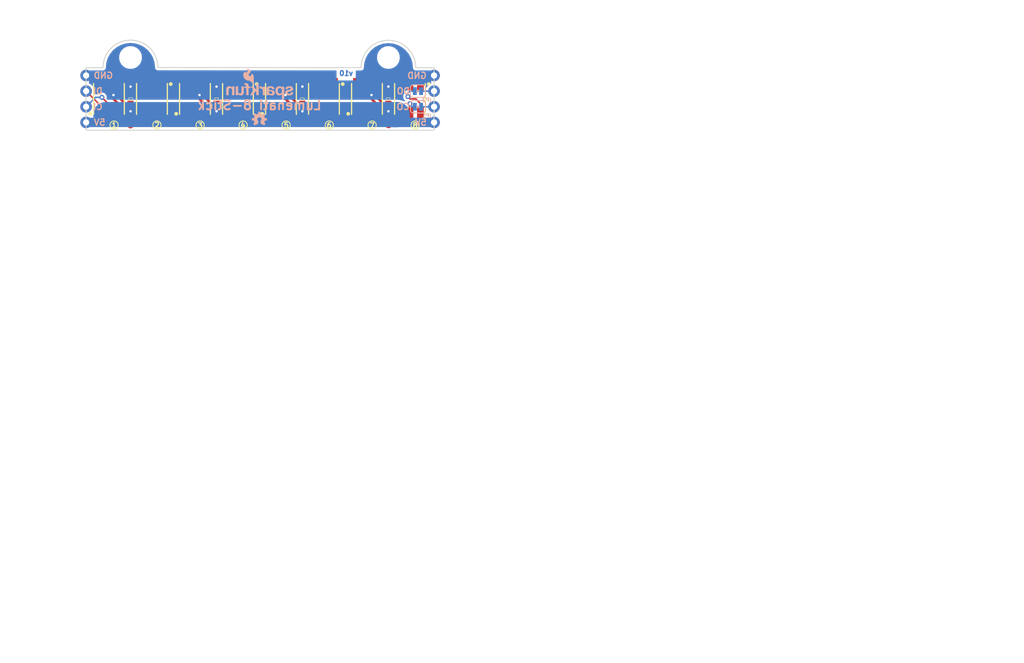
<source format=kicad_pcb>
(kicad_pcb (version 20170123) (host pcbnew no-vcs-found-5013ea2~58~ubuntu16.04.1)

  (general
    (links 46)
    (no_connects 0)
    (area 107.264286 87.292311 272.8378 194.5366)
    (thickness 1.6)
    (drawings 46)
    (tracks 214)
    (zones 0)
    (modules 22)
    (nets 23)
  )

  (page A4)
  (layers
    (0 F.Cu signal)
    (31 B.Cu signal)
    (32 B.Adhes user)
    (33 F.Adhes user)
    (34 B.Paste user)
    (35 F.Paste user)
    (36 B.SilkS user)
    (37 F.SilkS user)
    (38 B.Mask user)
    (39 F.Mask user)
    (40 Dwgs.User user)
    (41 Cmts.User user)
    (42 Eco1.User user)
    (43 Eco2.User user)
    (44 Edge.Cuts user)
    (45 Margin user)
    (46 B.CrtYd user)
    (47 F.CrtYd user)
    (48 B.Fab user hide)
    (49 F.Fab user hide)
  )

  (setup
    (last_trace_width 0.25)
    (user_trace_width 0.2032)
    (user_trace_width 0.254)
    (user_trace_width 0.3048)
    (user_trace_width 0.4064)
    (user_trace_width 0.6096)
    (user_trace_width 1.27)
    (user_trace_width 1.524)
    (user_trace_width 4.064)
    (trace_clearance 0.2)
    (zone_clearance 0.381)
    (zone_45_only no)
    (trace_min 0.2)
    (segment_width 0.2)
    (edge_width 0.15)
    (via_size 0.8)
    (via_drill 0.4)
    (via_min_size 0.4)
    (via_min_drill 0.3)
    (uvia_size 0.3)
    (uvia_drill 0.1)
    (uvias_allowed no)
    (uvia_min_size 0.2)
    (uvia_min_drill 0.1)
    (pcb_text_width 0.3)
    (pcb_text_size 1.5 1.5)
    (mod_edge_width 0.15)
    (mod_text_size 1 1)
    (mod_text_width 0.15)
    (pad_size 1.524 1.524)
    (pad_drill 0.762)
    (pad_to_mask_clearance 0.1016)
    (aux_axis_origin 0 0)
    (visible_elements FFF9FFFF)
    (pcbplotparams
      (layerselection 0x00030_ffffffff)
      (usegerberextensions false)
      (excludeedgelayer true)
      (linewidth 0.100000)
      (plotframeref false)
      (viasonmask false)
      (mode 1)
      (useauxorigin false)
      (hpglpennumber 1)
      (hpglpenspeed 20)
      (hpglpendiameter 15)
      (psnegative false)
      (psa4output false)
      (plotreference true)
      (plotvalue true)
      (plotinvisibletext false)
      (padsonsilk false)
      (subtractmaskfromsilk false)
      (outputformat 1)
      (mirror false)
      (drillshape 1)
      (scaleselection 1)
      (outputdirectory ""))
  )

  (net 0 "")
  (net 1 GND)
  (net 2 +5V)
  (net 3 "Net-(U1-Pad6)")
  (net 4 "Net-(U1-Pad5)")
  (net 5 "Net-(U2-Pad5)")
  (net 6 "Net-(U2-Pad6)")
  (net 7 "Net-(U3-Pad5)")
  (net 8 "Net-(U3-Pad6)")
  (net 9 "Net-(U4-Pad6)")
  (net 10 "Net-(U4-Pad5)")
  (net 11 "Net-(U5-Pad5)")
  (net 12 "Net-(U5-Pad6)")
  (net 13 "Net-(U6-Pad6)")
  (net 14 "Net-(U6-Pad5)")
  (net 15 "Net-(U7-Pad5)")
  (net 16 "Net-(U7-Pad6)")
  (net 17 /DI)
  (net 18 /CI)
  (net 19 /DO)
  (net 20 /CO)
  (net 21 "Net-(JP1-Pad1)")
  (net 22 "Net-(JP2-Pad1)")

  (net_class Default "This is the default net class."
    (clearance 0.2)
    (trace_width 0.25)
    (via_dia 0.8)
    (via_drill 0.4)
    (uvia_dia 0.3)
    (uvia_drill 0.1)
    (add_net +5V)
    (add_net /CI)
    (add_net /CO)
    (add_net /DI)
    (add_net /DO)
    (add_net GND)
    (add_net "Net-(JP1-Pad1)")
    (add_net "Net-(JP2-Pad1)")
    (add_net "Net-(U1-Pad5)")
    (add_net "Net-(U1-Pad6)")
    (add_net "Net-(U2-Pad5)")
    (add_net "Net-(U2-Pad6)")
    (add_net "Net-(U3-Pad5)")
    (add_net "Net-(U3-Pad6)")
    (add_net "Net-(U4-Pad5)")
    (add_net "Net-(U4-Pad6)")
    (add_net "Net-(U5-Pad5)")
    (add_net "Net-(U5-Pad6)")
    (add_net "Net-(U6-Pad5)")
    (add_net "Net-(U6-Pad6)")
    (add_net "Net-(U7-Pad5)")
    (add_net "Net-(U7-Pad6)")
  )

  (module Pete:SMT-JUMPER_2_NC_TRACE_SILK (layer B.Cu) (tedit 595D4BDE) (tstamp 596BAE5C)
    (at 174.5488 104.14)
    (path /595FB3A1)
    (attr smd)
    (fp_text reference JP1 (at 1.524 1.4478) (layer B.SilkS)
      (effects (font (size 0.6096 0.6096) (thickness 0.127)) (justify mirror))
    )
    (fp_text value JUMPER-SMT_2_NC_TRACE_SILK (at 1.8288 -0.8382) (layer B.SilkS) hide
      (effects (font (size 0.6096 0.6096) (thickness 0.127)) (justify mirror))
    )
    (fp_arc (start 0.762 -0.5588) (end 1.2192 -0.5588) (angle -90) (layer B.SilkS) (width 0.1524))
    (fp_arc (start -0.762 -0.5588) (end -0.762 -1.016) (angle -90) (layer B.SilkS) (width 0.1524))
    (fp_arc (start -0.762 0.5588) (end -1.2192 0.5588) (angle -90) (layer B.SilkS) (width 0.1524))
    (fp_arc (start 0.762 0.5588) (end 0.762 1.016) (angle -90) (layer B.SilkS) (width 0.1524))
    (fp_line (start -0.1905 -0.127) (end -0.1905 0.127) (layer B.SilkS) (width 0.127))
    (fp_line (start 0.1905 -0.127) (end -0.1905 -0.127) (layer B.SilkS) (width 0.127))
    (fp_line (start 0.1905 0.127) (end 0.1905 -0.127) (layer B.SilkS) (width 0.127))
    (fp_line (start -0.1905 0.127) (end 0.1905 0.127) (layer B.SilkS) (width 0.127))
    (fp_line (start -0.508 0) (end 0.508 0) (layer B.Cu) (width 0.254))
    (fp_line (start -0.762 1.016) (end 0.762 1.016) (layer B.SilkS) (width 0.1524))
    (fp_line (start -1.2192 -0.5588) (end -1.2192 0.5588) (layer B.SilkS) (width 0.1524))
    (fp_line (start 1.2192 -0.5588) (end 1.2192 0.5588) (layer B.SilkS) (width 0.1524))
    (fp_line (start 0.762 -1.016) (end -0.762 -1.016) (layer B.SilkS) (width 0.1524))
    (pad 2 smd rect (at 0.508 0) (size 0.635 1.27) (layers B.Cu B.Paste B.Mask)
      (net 20 /CO))
    (pad 1 smd rect (at -0.508 0) (size 0.635 1.27) (layers B.Cu B.Paste B.Mask)
      (net 21 "Net-(JP1-Pad1)"))
  )

  (module Pete:SMT-JUMPER_2_NC_TRACE_SILK (layer B.Cu) (tedit 595D4BDE) (tstamp 596BAE6F)
    (at 174.5488 101.6)
    (path /595FB493)
    (attr smd)
    (fp_text reference JP2 (at 1.524 1.4478) (layer B.SilkS)
      (effects (font (size 0.6096 0.6096) (thickness 0.127)) (justify mirror))
    )
    (fp_text value JUMPER-SMT_2_NC_TRACE_SILK (at 1.8288 -0.8382) (layer B.SilkS) hide
      (effects (font (size 0.6096 0.6096) (thickness 0.127)) (justify mirror))
    )
    (fp_arc (start 0.762 -0.5588) (end 1.2192 -0.5588) (angle -90) (layer B.SilkS) (width 0.1524))
    (fp_arc (start -0.762 -0.5588) (end -0.762 -1.016) (angle -90) (layer B.SilkS) (width 0.1524))
    (fp_arc (start -0.762 0.5588) (end -1.2192 0.5588) (angle -90) (layer B.SilkS) (width 0.1524))
    (fp_arc (start 0.762 0.5588) (end 0.762 1.016) (angle -90) (layer B.SilkS) (width 0.1524))
    (fp_line (start -0.1905 -0.127) (end -0.1905 0.127) (layer B.SilkS) (width 0.127))
    (fp_line (start 0.1905 -0.127) (end -0.1905 -0.127) (layer B.SilkS) (width 0.127))
    (fp_line (start 0.1905 0.127) (end 0.1905 -0.127) (layer B.SilkS) (width 0.127))
    (fp_line (start -0.1905 0.127) (end 0.1905 0.127) (layer B.SilkS) (width 0.127))
    (fp_line (start -0.508 0) (end 0.508 0) (layer B.Cu) (width 0.254))
    (fp_line (start -0.762 1.016) (end 0.762 1.016) (layer B.SilkS) (width 0.1524))
    (fp_line (start -1.2192 -0.5588) (end -1.2192 0.5588) (layer B.SilkS) (width 0.1524))
    (fp_line (start 1.2192 -0.5588) (end 1.2192 0.5588) (layer B.SilkS) (width 0.1524))
    (fp_line (start 0.762 -1.016) (end -0.762 -1.016) (layer B.SilkS) (width 0.1524))
    (pad 2 smd rect (at 0.508 0) (size 0.635 1.27) (layers B.Cu B.Paste B.Mask)
      (net 19 /DO))
    (pad 1 smd rect (at -0.508 0) (size 0.635 1.27) (layers B.Cu B.Paste B.Mask)
      (net 22 "Net-(JP2-Pad1)"))
  )

  (module Pete:APA102_3 (layer F.Cu) (tedit 591CA5E4) (tstamp 593A5483)
    (at 124.3584 102.87 270)
    (path /59134083)
    (fp_text reference U1 (at 0 3.556 270) (layer F.SilkS) hide
      (effects (font (size 0.889 0.889) (thickness 0.22225)))
    )
    (fp_text value APA102 (at 0 0) (layer F.SilkS) hide
      (effects (font (size 0.889 0.6) (thickness 0.15)))
    )
    (fp_line (start -2.5 -2.5) (end 2.5 -2.5) (layer F.SilkS) (width 0.2032))
    (fp_line (start -2.5 2.5) (end 2.5 2.5) (layer F.SilkS) (width 0.2032))
    (fp_circle (center 2.413 3.048) (end 2.54 3.2385) (layer F.SilkS) (width 0.15))
    (fp_circle (center 2.413 3.048) (end 2.4765 3.1115) (layer F.SilkS) (width 0.15))
    (pad 6 smd rect (at -2.4 1.700001 90) (size 2 1.1) (layers F.Cu F.Paste F.Mask)
      (net 3 "Net-(U1-Pad6)") (solder_mask_margin 0.1016))
    (pad 5 smd rect (at -2.399998 0 90) (size 2 1.1) (layers F.Cu F.Paste F.Mask)
      (net 4 "Net-(U1-Pad5)") (solder_mask_margin 0.1016))
    (pad 4 smd rect (at -2.4 -1.7 90) (size 2 1.1) (layers F.Cu F.Paste F.Mask)
      (net 2 +5V) (solder_mask_margin 0.1016))
    (pad 3 smd rect (at 2.4 -1.700001 270) (size 2 1.1) (layers F.Cu F.Paste F.Mask)
      (net 1 GND) (solder_mask_margin 0.1016))
    (pad 2 smd rect (at 2.399998 0 270) (size 2 1.1) (layers F.Cu F.Paste F.Mask)
      (net 18 /CI) (solder_mask_margin 0.1016))
    (pad 1 smd rect (at 2.4 1.7 270) (size 2 1.1) (layers F.Cu F.Paste F.Mask)
      (net 17 /DI) (solder_mask_margin 0.1016))
  )

  (module Pete:0603_revised (layer F.Cu) (tedit 5914AE47) (tstamp 593A5391)
    (at 127.8636 102.87 270)
    (path /591344EB)
    (attr smd)
    (fp_text reference C1 (at 0.127 -0.9652 270) (layer F.SilkS) hide
      (effects (font (size 0.4064 0.4064) (thickness 0.0254)))
    )
    (fp_text value 0.1uF (at 0.2032 0.9398 270) (layer F.SilkS) hide
      (effects (font (size 0.4064 0.4064) (thickness 0.0254)))
    )
    (fp_line (start -0.3556 0.41656) (end 0.3556 0.41656) (layer Dwgs.User) (width 0.1016))
    (fp_line (start -0.3556 -0.4318) (end 0.3556 -0.4318) (layer Dwgs.User) (width 0.1016))
    (fp_line (start -1.47066 0.98298) (end -1.47066 -0.98298) (layer Dwgs.User) (width 0.0508))
    (fp_line (start 1.47066 0.98298) (end -1.47066 0.98298) (layer Dwgs.User) (width 0.0508))
    (fp_line (start 1.47066 -0.98298) (end 1.47066 0.98298) (layer Dwgs.User) (width 0.0508))
    (fp_line (start -1.47066 -0.98298) (end 1.47066 -0.98298) (layer Dwgs.User) (width 0.0508))
    (fp_line (start -0.19812 0.29972) (end -0.19812 -0.29972) (layer F.SilkS) (width 0.06604))
    (fp_line (start -0.19812 -0.29972) (end 0.19812 -0.29972) (layer F.SilkS) (width 0.06604))
    (fp_line (start 0.19812 0.29972) (end 0.19812 -0.29972) (layer F.SilkS) (width 0.06604))
    (fp_line (start -0.19812 0.29972) (end 0.19812 0.29972) (layer F.SilkS) (width 0.06604))
    (fp_line (start 0.3302 0.4699) (end 0.3302 -0.48006) (layer Dwgs.User) (width 0.06604))
    (fp_line (start 0.3302 -0.48006) (end 0.82804 -0.48006) (layer Dwgs.User) (width 0.06604))
    (fp_line (start 0.82804 0.4699) (end 0.82804 -0.48006) (layer Dwgs.User) (width 0.06604))
    (fp_line (start 0.3302 0.4699) (end 0.82804 0.4699) (layer Dwgs.User) (width 0.06604))
    (fp_line (start -0.8382 0.4699) (end -0.8382 -0.48006) (layer Dwgs.User) (width 0.06604))
    (fp_line (start -0.8382 -0.48006) (end -0.33782 -0.48006) (layer Dwgs.User) (width 0.06604))
    (fp_line (start -0.33782 0.4699) (end -0.33782 -0.48006) (layer Dwgs.User) (width 0.06604))
    (fp_line (start -0.8382 0.4699) (end -0.33782 0.4699) (layer Dwgs.User) (width 0.06604))
    (pad 2 smd rect (at 0.84836 0 270) (size 1.09982 0.99822) (layers F.Cu F.Paste F.Mask)
      (net 2 +5V))
    (pad 1 smd rect (at -0.84836 0 270) (size 1.09982 0.99822) (layers F.Cu F.Paste F.Mask)
      (net 1 GND))
  )

  (module Pete:0603_revised (layer F.Cu) (tedit 5914AE47) (tstamp 593A53A9)
    (at 141.8336 102.87 270)
    (path /59134598)
    (attr smd)
    (fp_text reference C2 (at 0.127 -0.9652 270) (layer F.SilkS) hide
      (effects (font (size 0.4064 0.4064) (thickness 0.0254)))
    )
    (fp_text value 0.1uF (at 0.2032 0.9398 270) (layer F.SilkS) hide
      (effects (font (size 0.4064 0.4064) (thickness 0.0254)))
    )
    (fp_line (start -0.8382 0.4699) (end -0.33782 0.4699) (layer Dwgs.User) (width 0.06604))
    (fp_line (start -0.33782 0.4699) (end -0.33782 -0.48006) (layer Dwgs.User) (width 0.06604))
    (fp_line (start -0.8382 -0.48006) (end -0.33782 -0.48006) (layer Dwgs.User) (width 0.06604))
    (fp_line (start -0.8382 0.4699) (end -0.8382 -0.48006) (layer Dwgs.User) (width 0.06604))
    (fp_line (start 0.3302 0.4699) (end 0.82804 0.4699) (layer Dwgs.User) (width 0.06604))
    (fp_line (start 0.82804 0.4699) (end 0.82804 -0.48006) (layer Dwgs.User) (width 0.06604))
    (fp_line (start 0.3302 -0.48006) (end 0.82804 -0.48006) (layer Dwgs.User) (width 0.06604))
    (fp_line (start 0.3302 0.4699) (end 0.3302 -0.48006) (layer Dwgs.User) (width 0.06604))
    (fp_line (start -0.19812 0.29972) (end 0.19812 0.29972) (layer F.SilkS) (width 0.06604))
    (fp_line (start 0.19812 0.29972) (end 0.19812 -0.29972) (layer F.SilkS) (width 0.06604))
    (fp_line (start -0.19812 -0.29972) (end 0.19812 -0.29972) (layer F.SilkS) (width 0.06604))
    (fp_line (start -0.19812 0.29972) (end -0.19812 -0.29972) (layer F.SilkS) (width 0.06604))
    (fp_line (start -1.47066 -0.98298) (end 1.47066 -0.98298) (layer Dwgs.User) (width 0.0508))
    (fp_line (start 1.47066 -0.98298) (end 1.47066 0.98298) (layer Dwgs.User) (width 0.0508))
    (fp_line (start 1.47066 0.98298) (end -1.47066 0.98298) (layer Dwgs.User) (width 0.0508))
    (fp_line (start -1.47066 0.98298) (end -1.47066 -0.98298) (layer Dwgs.User) (width 0.0508))
    (fp_line (start -0.3556 -0.4318) (end 0.3556 -0.4318) (layer Dwgs.User) (width 0.1016))
    (fp_line (start -0.3556 0.41656) (end 0.3556 0.41656) (layer Dwgs.User) (width 0.1016))
    (pad 1 smd rect (at -0.84836 0 270) (size 1.09982 0.99822) (layers F.Cu F.Paste F.Mask)
      (net 1 GND))
    (pad 2 smd rect (at 0.84836 0 270) (size 1.09982 0.99822) (layers F.Cu F.Paste F.Mask)
      (net 2 +5V))
  )

  (module Pete:0603_revised (layer F.Cu) (tedit 5914AE47) (tstamp 593A53C1)
    (at 155.7782 102.87 270)
    (path /59134604)
    (attr smd)
    (fp_text reference C3 (at 0.127 -0.9652 270) (layer F.SilkS) hide
      (effects (font (size 0.4064 0.4064) (thickness 0.0254)))
    )
    (fp_text value 0.1uF (at 0.2032 0.9398 270) (layer F.SilkS) hide
      (effects (font (size 0.4064 0.4064) (thickness 0.0254)))
    )
    (fp_line (start -0.3556 0.41656) (end 0.3556 0.41656) (layer Dwgs.User) (width 0.1016))
    (fp_line (start -0.3556 -0.4318) (end 0.3556 -0.4318) (layer Dwgs.User) (width 0.1016))
    (fp_line (start -1.47066 0.98298) (end -1.47066 -0.98298) (layer Dwgs.User) (width 0.0508))
    (fp_line (start 1.47066 0.98298) (end -1.47066 0.98298) (layer Dwgs.User) (width 0.0508))
    (fp_line (start 1.47066 -0.98298) (end 1.47066 0.98298) (layer Dwgs.User) (width 0.0508))
    (fp_line (start -1.47066 -0.98298) (end 1.47066 -0.98298) (layer Dwgs.User) (width 0.0508))
    (fp_line (start -0.19812 0.29972) (end -0.19812 -0.29972) (layer F.SilkS) (width 0.06604))
    (fp_line (start -0.19812 -0.29972) (end 0.19812 -0.29972) (layer F.SilkS) (width 0.06604))
    (fp_line (start 0.19812 0.29972) (end 0.19812 -0.29972) (layer F.SilkS) (width 0.06604))
    (fp_line (start -0.19812 0.29972) (end 0.19812 0.29972) (layer F.SilkS) (width 0.06604))
    (fp_line (start 0.3302 0.4699) (end 0.3302 -0.48006) (layer Dwgs.User) (width 0.06604))
    (fp_line (start 0.3302 -0.48006) (end 0.82804 -0.48006) (layer Dwgs.User) (width 0.06604))
    (fp_line (start 0.82804 0.4699) (end 0.82804 -0.48006) (layer Dwgs.User) (width 0.06604))
    (fp_line (start 0.3302 0.4699) (end 0.82804 0.4699) (layer Dwgs.User) (width 0.06604))
    (fp_line (start -0.8382 0.4699) (end -0.8382 -0.48006) (layer Dwgs.User) (width 0.06604))
    (fp_line (start -0.8382 -0.48006) (end -0.33782 -0.48006) (layer Dwgs.User) (width 0.06604))
    (fp_line (start -0.33782 0.4699) (end -0.33782 -0.48006) (layer Dwgs.User) (width 0.06604))
    (fp_line (start -0.8382 0.4699) (end -0.33782 0.4699) (layer Dwgs.User) (width 0.06604))
    (pad 2 smd rect (at 0.84836 0 270) (size 1.09982 0.99822) (layers F.Cu F.Paste F.Mask)
      (net 2 +5V))
    (pad 1 smd rect (at -0.84836 0 270) (size 1.09982 0.99822) (layers F.Cu F.Paste F.Mask)
      (net 1 GND))
  )

  (module Pete:0603_revised (layer F.Cu) (tedit 5914AE47) (tstamp 593A53D9)
    (at 169.7482 102.87 270)
    (path /5913464D)
    (attr smd)
    (fp_text reference C4 (at 0.127 -0.9652 270) (layer F.SilkS) hide
      (effects (font (size 0.4064 0.4064) (thickness 0.0254)))
    )
    (fp_text value 0.1uF (at 0.2032 0.9398 270) (layer F.SilkS) hide
      (effects (font (size 0.4064 0.4064) (thickness 0.0254)))
    )
    (fp_line (start -0.8382 0.4699) (end -0.33782 0.4699) (layer Dwgs.User) (width 0.06604))
    (fp_line (start -0.33782 0.4699) (end -0.33782 -0.48006) (layer Dwgs.User) (width 0.06604))
    (fp_line (start -0.8382 -0.48006) (end -0.33782 -0.48006) (layer Dwgs.User) (width 0.06604))
    (fp_line (start -0.8382 0.4699) (end -0.8382 -0.48006) (layer Dwgs.User) (width 0.06604))
    (fp_line (start 0.3302 0.4699) (end 0.82804 0.4699) (layer Dwgs.User) (width 0.06604))
    (fp_line (start 0.82804 0.4699) (end 0.82804 -0.48006) (layer Dwgs.User) (width 0.06604))
    (fp_line (start 0.3302 -0.48006) (end 0.82804 -0.48006) (layer Dwgs.User) (width 0.06604))
    (fp_line (start 0.3302 0.4699) (end 0.3302 -0.48006) (layer Dwgs.User) (width 0.06604))
    (fp_line (start -0.19812 0.29972) (end 0.19812 0.29972) (layer F.SilkS) (width 0.06604))
    (fp_line (start 0.19812 0.29972) (end 0.19812 -0.29972) (layer F.SilkS) (width 0.06604))
    (fp_line (start -0.19812 -0.29972) (end 0.19812 -0.29972) (layer F.SilkS) (width 0.06604))
    (fp_line (start -0.19812 0.29972) (end -0.19812 -0.29972) (layer F.SilkS) (width 0.06604))
    (fp_line (start -1.47066 -0.98298) (end 1.47066 -0.98298) (layer Dwgs.User) (width 0.0508))
    (fp_line (start 1.47066 -0.98298) (end 1.47066 0.98298) (layer Dwgs.User) (width 0.0508))
    (fp_line (start 1.47066 0.98298) (end -1.47066 0.98298) (layer Dwgs.User) (width 0.0508))
    (fp_line (start -1.47066 0.98298) (end -1.47066 -0.98298) (layer Dwgs.User) (width 0.0508))
    (fp_line (start -0.3556 -0.4318) (end 0.3556 -0.4318) (layer Dwgs.User) (width 0.1016))
    (fp_line (start -0.3556 0.41656) (end 0.3556 0.41656) (layer Dwgs.User) (width 0.1016))
    (pad 1 smd rect (at -0.84836 0 270) (size 1.09982 0.99822) (layers F.Cu F.Paste F.Mask)
      (net 1 GND))
    (pad 2 smd rect (at 0.84836 0 270) (size 1.09982 0.99822) (layers F.Cu F.Paste F.Mask)
      (net 2 +5V))
  )

  (module SparkFun:SFE_LOGO_NAME_FLAME_.1 (layer B.Cu) (tedit 59301959) (tstamp 593A5470)
    (at 154.7368 103.2002 180)
    (descr "SPARKFUN FONT LOGO W/ FLAME - 0.1\" HEIGHT - SILKSCREEN")
    (tags "SPARKFUN FONT LOGO W/ FLAME - 0.1\" HEIGHT - SILKSCREEN")
    (path /591F53CA)
    (attr virtual)
    (fp_text reference LOGO1 (at 0 0 180) (layer B.SilkS) hide
      (effects (font (thickness 0.15)) (justify mirror))
    )
    (fp_text value SFE_LOGO_NAME_FLAME.1_INCH (at 0 0 180) (layer B.SilkS) hide
      (effects (font (thickness 0.15)) (justify mirror))
    )
    (fp_poly (pts (xy 0.80772 1.39954) (xy 0.80772 1.33858) (xy 0.82804 1.28778) (xy 0.85852 1.24968)
      (xy 0.89916 1.2192) (xy 0.9398 1.18872) (xy 0.99822 1.17856) (xy 1.04902 1.1684)
      (xy 1.10998 1.15824) (xy 1.14808 1.1684) (xy 1.18872 1.1684) (xy 1.22936 1.17856)
      (xy 1.27 1.19888) (xy 1.3081 1.22936) (xy 1.33858 1.25984) (xy 1.34874 1.29794)
      (xy 1.3589 1.33858) (xy 1.34874 1.37922) (xy 1.32842 1.41986) (xy 1.28778 1.4478)
      (xy 1.23952 1.47828) (xy 1.17856 1.4986) (xy 1.09982 1.51892) (xy 1.01854 1.53924)
      (xy 0.91948 1.55956) (xy 0.82804 1.57988) (xy 0.7493 1.60782) (xy 0.67818 1.6383)
      (xy 0.6096 1.67894) (xy 0.54864 1.71958) (xy 0.508 1.778) (xy 0.47752 1.84912)
      (xy 0.4699 1.93802) (xy 0.47752 2.05994) (xy 0.51816 2.159) (xy 0.58928 2.23774)
      (xy 0.65786 2.2987) (xy 0.75946 2.3495) (xy 0.85852 2.36982) (xy 0.96774 2.3876)
      (xy 1.19888 2.3876) (xy 1.3081 2.36982) (xy 1.4097 2.33934) (xy 1.4986 2.2987)
      (xy 1.57988 2.23774) (xy 1.6383 2.159) (xy 1.6891 2.05994) (xy 1.70942 1.93802)
      (xy 1.33858 1.93802) (xy 1.32842 1.98882) (xy 1.3081 2.03962) (xy 1.28778 2.06756)
      (xy 1.25984 2.08788) (xy 1.2192 2.1082) (xy 1.1684 2.12852) (xy 0.99822 2.12852)
      (xy 0.96774 2.11836) (xy 0.92964 2.1082) (xy 0.89916 2.09804) (xy 0.87884 2.06756)
      (xy 0.85852 2.03962) (xy 0.85852 1.99898) (xy 0.86868 1.95834) (xy 0.89916 1.9177)
      (xy 0.9398 1.88976) (xy 0.99822 1.85928) (xy 1.05918 1.83896) (xy 1.13792 1.8288)
      (xy 1.2192 1.80848) (xy 1.29794 1.78816) (xy 1.37922 1.76784) (xy 1.46812 1.74752)
      (xy 1.53924 1.70942) (xy 1.60782 1.66878) (xy 1.66878 1.61798) (xy 1.70942 1.55956)
      (xy 1.7399 1.48844) (xy 1.74752 1.39954) (xy 1.72974 1.27) (xy 1.6891 1.15824)
      (xy 1.62814 1.0795) (xy 1.5494 1.00838) (xy 1.4478 0.95758) (xy 1.33858 0.92964)
      (xy 1.2192 0.90932) (xy 1.09982 0.89916) (xy 0.9779 0.90932) (xy 0.85852 0.92964)
      (xy 0.7493 0.95758) (xy 0.6477 1.00838) (xy 0.56896 1.0795) (xy 0.49784 1.1684)
      (xy 0.45974 1.27) (xy 0.43942 1.39954) (xy 0.75946 1.39954)) (layer B.SilkS) (width 0.01))
    (fp_poly (pts (xy 2.9083 1.39954) (xy 2.93878 1.47828) (xy 2.94894 1.55956) (xy 2.94894 1.6383)
      (xy 3.33756 1.62814) (xy 3.32994 1.48844) (xy 3.29946 1.3589) (xy 3.24866 1.23952)) (layer B.SilkS) (width 0.01))
    (fp_poly (pts (xy 3.24866 1.23952) (xy 3.1877 1.12776) (xy 3.0988 1.03886) (xy 2.98958 0.95758)
      (xy 2.86766 0.91948) (xy 2.7178 0.89916) (xy 2.65938 0.90932) (xy 2.59842 0.91948)
      (xy 2.54 0.92964) (xy 2.47904 0.95758) (xy 2.42824 0.98806) (xy 2.37998 1.01854)
      (xy 2.33934 1.06934) (xy 2.2987 1.1176) (xy 2.28854 1.1176) (xy 2.28854 0.09906)
      (xy 2.2479 0.1397) (xy 2.19964 0.18796) (xy 2.14884 0.2286) (xy 2.09804 0.26924)
      (xy 2.04978 0.30988) (xy 1.99898 0.35814) (xy 1.95834 0.39878) (xy 1.90754 0.43942)
      (xy 1.90754 2.28854) (xy 1.94818 2.2987) (xy 1.99898 2.30886) (xy 2.04978 2.30886)
      (xy 2.08788 2.31902) (xy 2.13868 2.32918) (xy 2.17932 2.33934) (xy 2.22758 2.3495)
      (xy 2.27838 2.35966) (xy 2.27838 2.17932) (xy 2.31902 2.22758) (xy 2.35966 2.26822)
      (xy 2.40792 2.30886) (xy 2.45872 2.33934) (xy 2.50952 2.36982) (xy 2.56794 2.37998)
      (xy 2.6289 2.3876) (xy 2.69748 2.3876) (xy 2.84988 2.37998) (xy 2.98958 2.32918)
      (xy 3.0988 2.25806) (xy 3.1877 2.159) (xy 3.25882 2.04978) (xy 3.29946 1.9177)
      (xy 3.32994 1.778) (xy 3.33756 1.62814) (xy 2.94894 1.6383) (xy 2.94894 1.72974)
      (xy 2.93878 1.80848) (xy 2.9083 1.88976) (xy 2.87782 1.95834) (xy 2.82956 2.0193)
      (xy 2.7686 2.05994) (xy 2.69748 2.08788) (xy 2.60858 2.09804) (xy 2.52984 2.08788)
      (xy 2.44856 2.05994) (xy 2.39776 2.0193) (xy 2.3495 1.95834) (xy 2.31902 1.88976)
      (xy 2.28854 1.80848) (xy 2.27838 1.72974) (xy 2.27838 1.55956) (xy 2.2987 1.47828)
      (xy 2.31902 1.39954) (xy 2.3495 1.32842) (xy 2.39776 1.27762) (xy 2.45872 1.22936)
      (xy 2.52984 1.20904) (xy 2.61874 1.19888) (xy 2.69748 1.20904) (xy 2.77876 1.22936)
      (xy 2.83972 1.27762) (xy 2.87782 1.32842) (xy 2.9083 1.39954)) (layer B.SilkS) (width 0.01))
    (fp_poly (pts (xy 3.92938 1.74752) (xy 4.01828 1.75768) (xy 4.10972 1.76784) (xy 4.1783 1.778)
      (xy 4.2291 1.57988) (xy 4.20878 1.56972) (xy 4.18846 1.56972) (xy 4.15798 1.55956)
      (xy 4.11988 1.55956) (xy 4.0894 1.5494) (xy 4.04876 1.5494) (xy 4.02844 1.53924)
      (xy 4.00812 1.53924)) (layer B.SilkS) (width 0.01))
    (fp_poly (pts (xy 4.00812 1.53924) (xy 3.97764 1.52908) (xy 3.95986 1.51892) (xy 3.9497 1.50876)
      (xy 3.92938 1.4986) (xy 3.90906 1.48844) (xy 3.8989 1.47828) (xy 3.87858 1.46812)
      (xy 3.86842 1.4478) (xy 3.85826 1.42748) (xy 3.8481 1.4097) (xy 3.8481 1.38938)
      (xy 3.83794 1.36906) (xy 3.83794 1.31826) (xy 3.8481 1.28778) (xy 3.8481 1.27)
      (xy 3.85826 1.24968) (xy 3.86842 1.23952) (xy 3.87858 1.2192) (xy 3.8989 1.20904)
      (xy 3.90906 1.19888) (xy 3.92938 1.18872) (xy 3.9497 1.17856) (xy 3.96748 1.17856)
      (xy 3.9878 1.1684) (xy 4.00812 1.1684) (xy 4.02844 1.15824) (xy 4.07924 1.15824)
      (xy 4.1275 1.1684) (xy 4.1783 1.1684) (xy 4.21894 1.18872) (xy 4.25958 1.19888)
      (xy 4.28752 1.2192) (xy 4.30784 1.23952) (xy 4.32816 1.27) (xy 4.34848 1.28778)
      (xy 4.35864 1.31826) (xy 4.3688 1.34874) (xy 4.37896 1.36906) (xy 4.38912 1.39954)
      (xy 4.38912 1.62814) (xy 4.37896 1.61798) (xy 4.3688 1.60782) (xy 4.34848 1.60782)
      (xy 4.32816 1.59766) (xy 4.30784 1.5875) (xy 4.28752 1.5875) (xy 4.26974 1.57988)
      (xy 4.2291 1.57988) (xy 4.1783 1.778) (xy 4.24942 1.79832) (xy 4.30784 1.81864)
      (xy 4.35864 1.84912) (xy 4.38912 1.88976) (xy 4.38912 1.99898) (xy 4.37896 2.0193)
      (xy 4.3688 2.03962) (xy 4.35864 2.05994) (xy 4.34848 2.06756) (xy 4.33832 2.08788)
      (xy 4.318 2.09804) (xy 4.29768 2.1082) (xy 4.2799 2.11836) (xy 4.25958 2.11836)
      (xy 4.23926 2.12852) (xy 4.05892 2.12852) (xy 4.0386 2.11836) (xy 4.01828 2.1082)
      (xy 3.99796 2.09804) (xy 3.97764 2.08788) (xy 3.95986 2.07772) (xy 3.9497 2.06756)
      (xy 3.92938 2.04978) (xy 3.91922 2.03962) (xy 3.90906 2.0193) (xy 3.8989 1.98882)
      (xy 3.88874 1.9685) (xy 3.88874 1.9177) (xy 3.49758 1.9177) (xy 3.50774 1.97866)
      (xy 3.5179 2.03962) (xy 3.53822 2.09804) (xy 3.5687 2.13868) (xy 3.59918 2.18948)
      (xy 3.62966 2.22758) (xy 3.66776 2.25806) (xy 3.71856 2.28854) (xy 3.76936 2.31902)
      (xy 3.81762 2.33934) (xy 3.86842 2.3495) (xy 3.92938 2.36982) (xy 3.9878 2.37998)
      (xy 4.0386 2.3876) (xy 4.26974 2.3876) (xy 4.318 2.37998) (xy 4.37896 2.37998)
      (xy 4.42976 2.36982) (xy 4.47802 2.3495) (xy 4.52882 2.33934) (xy 4.57962 2.31902)
      (xy 4.61772 2.28854) (xy 4.65836 2.25806) (xy 4.699 2.22758) (xy 4.72948 2.18948)
      (xy 4.7498 2.14884) (xy 4.76758 2.09804) (xy 4.77774 2.04978) (xy 4.77774 1.17856)
      (xy 4.7879 1.15824) (xy 4.7879 1.06934) (xy 4.79806 1.04902) (xy 4.79806 1.0287)
      (xy 4.80822 1.00838) (xy 4.80822 0.9779) (xy 4.81838 0.95758) (xy 4.82854 0.94996)
      (xy 4.82854 0.9398) (xy 4.43992 0.9398) (xy 4.43992 0.94996) (xy 4.42976 0.95758)
      (xy 4.42976 0.96774) (xy 4.4196 0.9779) (xy 4.4196 1.00838) (xy 4.40944 1.01854)
      (xy 4.40944 1.0795) (xy 4.38912 1.04902) (xy 4.35864 1.0287) (xy 4.33832 1.00838)
      (xy 4.30784 0.98806) (xy 4.2799 0.9779) (xy 4.24942 0.95758) (xy 4.21894 0.94996)
      (xy 4.18846 0.9398) (xy 4.15798 0.92964) (xy 4.1275 0.91948) (xy 4.09956 0.91948)
      (xy 4.06908 0.90932) (xy 4.02844 0.90932) (xy 3.99796 0.89916) (xy 3.88874 0.89916)
      (xy 3.83794 0.90932) (xy 3.78968 0.90932) (xy 3.74904 0.91948) (xy 3.69824 0.9398)
      (xy 3.6576 0.95758) (xy 3.62966 0.9779) (xy 3.58902 0.99822) (xy 3.55854 1.0287)
      (xy 3.53822 1.05918) (xy 3.50774 1.09982) (xy 3.48996 1.12776) (xy 3.4798 1.17856)
      (xy 3.45948 1.2192) (xy 3.45948 1.27) (xy 3.44932 1.31826) (xy 3.46964 1.42748)
      (xy 3.49758 1.51892) (xy 3.53822 1.5875) (xy 3.60934 1.64846) (xy 3.67792 1.6891)
      (xy 3.7592 1.71958) (xy 3.83794 1.7399) (xy 3.92938 1.74752)) (layer B.SilkS) (width 0.01))
    (fp_poly (pts (xy 4.99872 2.28854) (xy 5.04952 2.2987) (xy 5.08762 2.30886) (xy 5.13842 2.30886)
      (xy 5.18922 2.31902) (xy 5.22986 2.32918) (xy 5.27812 2.33934) (xy 5.32892 2.3495)
      (xy 5.36956 2.35966) (xy 5.36956 2.08788) (xy 5.40766 2.159) (xy 5.4483 2.2098)
      (xy 5.4991 2.26822) (xy 5.5499 2.30886) (xy 5.61848 2.3495) (xy 5.67944 2.36982)
      (xy 5.74802 2.3876) (xy 5.88772 2.3876) (xy 5.89788 2.37998) (xy 5.90804 2.37998)
      (xy 5.90804 2.0193) (xy 5.89788 2.0193) (xy 5.87756 2.02946) (xy 5.76834 2.02946)
      (xy 5.66928 2.0193) (xy 5.588 1.99898) (xy 5.51942 1.95834) (xy 5.46862 1.89992)
      (xy 5.42798 1.8288) (xy 5.40766 1.75768) (xy 5.38988 1.66878) (xy 5.38988 0.9398)
      (xy 4.99872 0.9398) (xy 4.99872 2.11836)) (layer B.SilkS) (width 0.01))
    (fp_poly (pts (xy 6.0579 2.6797) (xy 6.44906 2.88798) (xy 6.44906 1.84912) (xy 6.93928 2.35966)
      (xy 7.39902 2.35966) (xy 6.86816 1.83896) (xy 7.45998 0.9398) (xy 6.98754 0.9398)
      (xy 6.59892 1.56972) (xy 6.44906 1.42748) (xy 6.44906 0.9398) (xy 6.0579 0.9398)) (layer B.SilkS) (width 0.01))
    (fp_poly (pts (xy 7.69874 2.09804) (xy 7.30758 2.09804) (xy 7.34822 2.12852) (xy 7.3787 2.159)
      (xy 7.40918 2.18948) (xy 7.44982 2.22758) (xy 7.47776 2.25806) (xy 7.50824 2.28854)
      (xy 7.54888 2.31902) (xy 7.57936 2.35966) (xy 7.69874 2.35966) (xy 7.69874 2.55778)
      (xy 7.72922 2.63906) (xy 7.7597 2.70764) (xy 7.80796 2.7686) (xy 7.87908 2.8194)
      (xy 7.95782 2.8575) (xy 8.05942 2.88798) (xy 8.34898 2.88798) (xy 8.3693 2.87782)
      (xy 8.3693 2.59842) (xy 8.19912 2.59842) (xy 8.15848 2.58826) (xy 8.13816 2.5781)
      (xy 8.11784 2.56794) (xy 8.09752 2.54) (xy 8.0899 2.51968) (xy 8.0899 2.47904)
      (xy 8.07974 2.4384) (xy 8.07974 2.35966) (xy 8.34898 2.35966) (xy 8.34898 2.09804)
      (xy 8.07974 2.09804) (xy 8.07974 0.9398) (xy 7.69874 0.9398) (xy 7.69874 1.94818)) (layer B.SilkS) (width 0.01))
    (fp_poly (pts (xy 9.78916 0.9398) (xy 9.41832 0.9398) (xy 9.41832 1.13792) (xy 9.40816 1.13792)
      (xy 9.36752 1.0795) (xy 9.32942 1.0287) (xy 9.27862 0.98806) (xy 9.21766 0.95758)
      (xy 9.1694 0.9398) (xy 9.10844 0.91948) (xy 9.03986 0.90932) (xy 8.9789 0.89916)
      (xy 8.8392 0.90932) (xy 8.72998 0.94996) (xy 8.63854 0.99822) (xy 8.56996 1.05918)
      (xy 8.51916 1.14808) (xy 8.48868 1.24968) (xy 8.46836 1.3589) (xy 8.46836 2.35966)
      (xy 8.84936 2.35966) (xy 8.84936 1.55956) (xy 8.85952 1.47828) (xy 8.86968 1.39954)
      (xy 8.87984 1.33858) (xy 8.90778 1.29794) (xy 8.93826 1.25984) (xy 8.98906 1.22936)
      (xy 9.03986 1.2192) (xy 9.09828 1.20904) (xy 9.17956 1.2192) (xy 9.23798 1.22936)
      (xy 9.28878 1.25984) (xy 9.32942 1.29794) (xy 9.3599 1.3589) (xy 9.38784 1.42748)
      (xy 9.398 1.50876) (xy 9.398 2.35966) (xy 9.78916 2.35966) (xy 9.78916 1.1176)) (layer B.SilkS) (width 0.01))
    (fp_poly (pts (xy 9.99998 2.35966) (xy 10.36828 2.35966) (xy 10.36828 2.159) (xy 10.37844 2.159)
      (xy 10.41908 2.21996) (xy 10.45972 2.25806) (xy 10.50798 2.2987) (xy 10.56894 2.33934)
      (xy 10.6299 2.35966) (xy 10.68832 2.37998) (xy 10.74928 2.3876) (xy 10.8077 2.3876)
      (xy 10.94994 2.37998) (xy 11.05916 2.3495) (xy 11.14806 2.2987) (xy 11.21918 2.22758)
      (xy 11.26998 2.14884) (xy 11.29792 2.04978) (xy 11.31824 1.93802) (xy 11.3284 1.80848)
      (xy 11.3284 0.9398) (xy 10.93978 0.9398) (xy 10.93978 1.7399) (xy 10.92962 1.81864)
      (xy 10.91946 1.88976) (xy 10.9093 1.94818) (xy 10.87882 1.99898) (xy 10.84834 2.03962)
      (xy 10.79754 2.06756) (xy 10.74928 2.07772) (xy 10.68832 2.08788) (xy 10.60958 2.07772)
      (xy 10.54862 2.06756) (xy 10.49782 2.03962) (xy 10.45972 1.98882) (xy 10.42924 1.93802)
      (xy 10.39876 1.86944) (xy 10.3886 1.778) (xy 10.3886 0.9398) (xy 9.99998 0.9398)
      (xy 9.99998 2.17932)) (layer B.SilkS) (width 0.01))
    (fp_poly (pts (xy 8.24992 4.77774) (xy 8.24992 4.699) (xy 8.23976 4.66852) (xy 8.2296 4.63804)
      (xy 8.19912 4.61772) (xy 8.16864 4.60756) (xy 8.09752 4.60756) (xy 8.05942 4.62788)
      (xy 8.01878 4.6482) (xy 7.9883 4.66852) (xy 7.94766 4.699) (xy 7.91972 4.71932)
      (xy 7.88924 4.7498) (xy 7.86892 4.7879) (xy 7.8486 4.81838) (xy 7.83844 4.85902)
      (xy 7.82828 4.8895) (xy 7.83844 4.91998) (xy 7.8486 4.93776) (xy 7.85876 4.96824)
      (xy 7.87908 4.99872) (xy 7.91972 5.0292) (xy 7.95782 5.04952) (xy 8.00862 5.05968)
      (xy 8.04926 5.06984) (xy 8.07974 5.06984) (xy 8.10768 5.05968) (xy 8.13816 5.05968)
      (xy 8.128 5.06984) (xy 8.0899 5.09778) (xy 8.02894 5.12826) (xy 7.94766 5.15874)
      (xy 7.85876 5.18922) (xy 7.7597 5.18922) (xy 7.64794 5.1689) (xy 7.53872 5.10794)
      (xy 7.44982 5.0292) (xy 7.39902 4.95808) (xy 7.36854 4.86918) (xy 7.36854 4.7879)
      (xy 7.38886 4.699) (xy 7.43966 4.60756) (xy 7.50824 4.52882) (xy 7.58952 4.43992)
      (xy 7.6581 4.35864) (xy 7.68858 4.28752) (xy 7.68858 4.21894) (xy 7.66826 4.15798)
      (xy 7.62762 4.10972) (xy 7.5692 4.06908) (xy 7.48792 4.04876) (xy 7.40918 4.04876)
      (xy 7.35838 4.05892) (xy 7.30758 4.07924) (xy 7.27964 4.09956) (xy 7.24916 4.1275)
      (xy 7.22884 4.16814) (xy 7.21868 4.19862) (xy 7.21868 4.2291) (xy 7.22884 4.25958)
      (xy 7.24916 4.28752) (xy 7.26948 4.30784) (xy 7.2898 4.32816) (xy 7.31774 4.33832)
      (xy 7.33806 4.34848) (xy 7.35838 4.35864) (xy 7.36854 4.3688) (xy 7.34822 4.37896)
      (xy 7.3279 4.37896) (xy 7.2898 4.38912) (xy 7.20852 4.38912) (xy 7.14756 4.37896)
      (xy 7.0993 4.35864) (xy 7.0485 4.33832) (xy 7.00786 4.30784) (xy 6.9596 4.2799)
      (xy 6.92912 4.2291) (xy 6.89864 4.16814) (xy 6.87832 4.10972) (xy 6.86816 4.01828)
      (xy 6.858 3.92938) (xy 6.858 2.64922) (xy 6.86816 2.64922) (xy 6.88848 2.6797)
      (xy 6.91896 2.70764) (xy 6.94944 2.74828) (xy 6.9977 2.79908) (xy 7.0485 2.8575)
      (xy 7.10946 2.91846) (xy 7.15772 2.98958) (xy 7.22884 3.05816) (xy 7.2898 3.11912)
      (xy 7.33806 3.17754) (xy 7.38886 3.21818) (xy 7.43966 3.25882) (xy 7.48792 3.2893)
      (xy 7.54888 3.29946) (xy 7.73938 3.29946) (xy 7.85876 3.31978) (xy 7.96798 3.34772)
      (xy 8.06958 3.38836) (xy 8.16864 3.44932) (xy 8.24992 3.5179) (xy 8.32866 3.59918)
      (xy 8.39978 3.68808) (xy 8.49884 3.86842) (xy 8.54964 4.04876) (xy 8.5598 4.2291)
      (xy 8.52932 4.38912) (xy 8.47852 4.52882) (xy 8.40994 4.6482) (xy 8.32866 4.73964)) (layer B.SilkS) (width 0.01))
  )

  (module SparkFun:OSHW-LOGO-MINI (layer B.Cu) (tedit 593019B7) (tstamp 593A5475)
    (at 148.7932 106.172 180)
    (descr "OPEN-SOURCE HARDWARE (OSHW) LOGO - MINI - SILKSCREEN")
    (tags "OPEN-SOURCE HARDWARE (OSHW) LOGO - MINI - SILKSCREEN")
    (path /591CA41A)
    (attr virtual)
    (fp_text reference LOGO2 (at 0 0 180) (layer B.SilkS) hide
      (effects (font (thickness 0.15)) (justify mirror))
    )
    (fp_text value OSHW-LOGOMINI (at 0 0 180) (layer B.SilkS) hide
      (effects (font (thickness 0.15)) (justify mirror))
    )
    (fp_poly (pts (xy 1.23444 -0.17018) (xy 1.23444 0.14732) (xy 0.8763 0.20574) (xy 0.8763 0.24638)
      (xy 0.86614 0.25654) (xy 0.86614 0.27686) (xy 0.85598 0.28702) (xy 0.84582 0.30734)
      (xy 0.84582 0.32512) (xy 0.83566 0.33528) (xy 0.83566 0.3556) (xy 0.8255 0.36576)
      (xy 0.81534 0.38608) (xy 0.80518 0.39624) (xy 0.80518 0.41656) (xy 0.79502 0.42672)
      (xy 0.78486 0.44704) (xy 0.7747 0.4572) (xy 0.98552 0.74676) (xy 0.75438 0.9652)
      (xy 0.46482 0.76708) (xy 0.45466 0.77724) (xy 0.43434 0.78486) (xy 0.42418 0.78486)
      (xy 0.4064 0.79502) (xy 0.39624 0.80518) (xy 0.37592 0.81534) (xy 0.36576 0.81534)
      (xy 0.34544 0.8255) (xy 0.33528 0.83566) (xy 0.31496 0.83566) (xy 0.29464 0.84582)
      (xy 0.28448 0.84582) (xy 0.26416 0.85598) (xy 0.25654 0.85598) (xy 0.23622 0.86614)
      (xy 0.2159 0.86614) (xy 0.15494 1.21666) (xy -0.16256 1.21666) (xy -0.22098 0.86614)
      (xy -0.23114 0.86614) (xy -0.25146 0.85598) (xy -0.27178 0.85598) (xy -0.28194 0.84582)
      (xy -0.30226 0.84582) (xy -0.32258 0.83566) (xy -0.33274 0.83566) (xy -0.35306 0.8255)
      (xy -0.36322 0.81534) (xy -0.381 0.81534) (xy -0.39116 0.80518) (xy -0.41148 0.79502)
      (xy -0.42164 0.78486) (xy -0.44196 0.78486) (xy -0.45212 0.77724) (xy -0.47244 0.76708)
      (xy -0.762 0.9652) (xy -0.98298 0.74676) (xy -0.78232 0.4572) (xy -0.79248 0.44704)
      (xy -0.79248 0.42672) (xy -0.80264 0.41656) (xy -0.8128 0.39624) (xy -0.82296 0.38608)
      (xy -0.82296 0.36576) (xy -0.83312 0.3556) (xy -0.84328 0.33528) (xy -0.84328 0.32512)
      (xy -0.86106 0.28702) (xy -0.86106 0.27686) (xy -0.87122 0.25654) (xy -0.87122 0.24638)
      (xy -0.88138 0.22606) (xy -0.88138 0.20574) (xy -1.2319 0.14732) (xy -1.2319 -0.17018)
      (xy -0.88138 -0.23114) (xy -0.88138 -0.2413) (xy -0.87122 -0.26162) (xy -0.87122 -0.28194)
      (xy -0.86106 -0.2921) (xy -0.86106 -0.31242) (xy -0.8509 -0.32258) (xy -0.84328 -0.34036)
      (xy -0.84328 -0.36068) (xy -0.83312 -0.37084) (xy -0.83312 -0.39116) (xy -0.82296 -0.40132)
      (xy -0.8128 -0.42164) (xy -0.80264 -0.4318) (xy -0.79248 -0.45212) (xy -0.79248 -0.46228)
      (xy -0.78232 -0.4826) (xy -0.98298 -0.762) (xy -0.762 -0.9906) (xy -0.47244 -0.79248)
      (xy -0.46228 -0.79248) (xy -0.45212 -0.8001) (xy -0.44196 -0.8001) (xy -0.4318 -0.81026)
      (xy -0.42164 -0.81026) (xy -0.41148 -0.82042) (xy -0.40132 -0.82042) (xy -0.39116 -0.83058)
      (xy -0.381 -0.83058) (xy -0.37338 -0.84074) (xy -0.36322 -0.84074) (xy -0.35306 -0.8509)
      (xy -0.33274 -0.8509) (xy -0.32258 -0.86106) (xy -0.12192 -0.32258) (xy -0.1524 -0.31242)
      (xy -0.19304 -0.2921) (xy -0.21336 -0.27178) (xy -0.23114 -0.26162) (xy -0.25146 -0.2413)
      (xy -0.26162 -0.22098) (xy -0.28194 -0.20066) (xy -0.30226 -0.16256) (xy -0.31242 -0.13208)
      (xy -0.33274 -0.09144) (xy -0.33274 -0.06096) (xy -0.3429 -0.03048) (xy -0.3429 0.0254)
      (xy -0.30226 0.14732) (xy -0.26162 0.20574) (xy -0.2413 0.22606) (xy -0.21336 0.24638)
      (xy -0.19304 0.2667) (xy -0.16256 0.28702) (xy -0.13208 0.29718) (xy -0.1016 0.31496)
      (xy -0.07112 0.31496) (xy -0.03302 0.32512) (xy 0.03556 0.32512) (xy 0.06604 0.31496)
      (xy 0.09652 0.31496) (xy 0.12446 0.29718) (xy 0.15494 0.28702) (xy 0.2159 0.24638)
      (xy 0.25654 0.20574) (xy 0.29464 0.14732) (xy 0.3048 0.11684) (xy 0.32512 0.08636)
      (xy 0.32512 0.05588) (xy 0.33528 0.0254) (xy 0.33528 -0.06096) (xy 0.32512 -0.09144)
      (xy 0.32512 -0.11176) (xy 0.31496 -0.13208) (xy 0.3048 -0.16256) (xy 0.29464 -0.18034)
      (xy 0.27432 -0.20066) (xy 0.26416 -0.22098) (xy 0.22606 -0.26162) (xy 0.20574 -0.27178)
      (xy 0.18542 -0.2921) (xy 0.12446 -0.32258) (xy 0.32512 -0.86106) (xy 0.32512 -0.8509)
      (xy 0.34544 -0.8509) (xy 0.3556 -0.84074) (xy 0.36576 -0.84074) (xy 0.37592 -0.83058)
      (xy 0.38608 -0.83058) (xy 0.39624 -0.82042) (xy 0.41656 -0.82042) (xy 0.42418 -0.81026)
      (xy 0.43434 -0.81026) (xy 0.45466 -0.79248) (xy 0.46482 -0.79248) (xy 0.75438 -0.9906)
      (xy 0.98552 -0.762) (xy 0.7747 -0.4826) (xy 0.78486 -0.46228) (xy 0.79502 -0.45212)
      (xy 0.80518 -0.4318) (xy 0.80518 -0.42164) (xy 0.81534 -0.40132) (xy 0.8255 -0.39116)
      (xy 0.83566 -0.37084) (xy 0.83566 -0.36068) (xy 0.85598 -0.32258) (xy 0.85598 -0.31242)
      (xy 0.86614 -0.2921) (xy 0.86614 -0.28194) (xy 0.8763 -0.26162) (xy 0.8763 -0.2413)
      (xy 0.88646 -0.23114)) (layer B.SilkS) (width 0.01))
  )

  (module Pete:APA102_3 (layer F.Cu) (tedit 591CA5E4) (tstamp 593A5491)
    (at 131.3434 102.87 90)
    (path /59134180)
    (fp_text reference U2 (at 0 3.556 90) (layer F.SilkS) hide
      (effects (font (size 0.889 0.889) (thickness 0.22225)))
    )
    (fp_text value APA102 (at 0 0 180) (layer F.SilkS) hide
      (effects (font (size 0.889 0.6) (thickness 0.15)))
    )
    (fp_circle (center 2.413 3.048) (end 2.4765 3.1115) (layer F.SilkS) (width 0.15))
    (fp_circle (center 2.413 3.048) (end 2.54 3.2385) (layer F.SilkS) (width 0.15))
    (fp_line (start -2.5 2.5) (end 2.5 2.5) (layer F.SilkS) (width 0.2032))
    (fp_line (start -2.5 -2.5) (end 2.5 -2.5) (layer F.SilkS) (width 0.2032))
    (pad 1 smd rect (at 2.4 1.7 90) (size 2 1.1) (layers F.Cu F.Paste F.Mask)
      (net 3 "Net-(U1-Pad6)") (solder_mask_margin 0.1016))
    (pad 2 smd rect (at 2.399998 0 90) (size 2 1.1) (layers F.Cu F.Paste F.Mask)
      (net 4 "Net-(U1-Pad5)") (solder_mask_margin 0.1016))
    (pad 3 smd rect (at 2.4 -1.700001 90) (size 2 1.1) (layers F.Cu F.Paste F.Mask)
      (net 1 GND) (solder_mask_margin 0.1016))
    (pad 4 smd rect (at -2.4 -1.7 270) (size 2 1.1) (layers F.Cu F.Paste F.Mask)
      (net 2 +5V) (solder_mask_margin 0.1016))
    (pad 5 smd rect (at -2.399998 0 270) (size 2 1.1) (layers F.Cu F.Paste F.Mask)
      (net 5 "Net-(U2-Pad5)") (solder_mask_margin 0.1016))
    (pad 6 smd rect (at -2.4 1.700001 270) (size 2 1.1) (layers F.Cu F.Paste F.Mask)
      (net 6 "Net-(U2-Pad6)") (solder_mask_margin 0.1016))
  )

  (module Pete:APA102_3 (layer F.Cu) (tedit 591CA5E4) (tstamp 593A549F)
    (at 138.3284 102.87 270)
    (path /591341EC)
    (fp_text reference U3 (at 0 3.556 270) (layer F.SilkS) hide
      (effects (font (size 0.889 0.889) (thickness 0.22225)))
    )
    (fp_text value APA102 (at 0 0) (layer F.SilkS) hide
      (effects (font (size 0.889 0.6) (thickness 0.15)))
    )
    (fp_circle (center 2.413 3.048) (end 2.4765 3.1115) (layer F.SilkS) (width 0.15))
    (fp_circle (center 2.413 3.048) (end 2.54 3.2385) (layer F.SilkS) (width 0.15))
    (fp_line (start -2.5 2.5) (end 2.5 2.5) (layer F.SilkS) (width 0.2032))
    (fp_line (start -2.5 -2.5) (end 2.5 -2.5) (layer F.SilkS) (width 0.2032))
    (pad 1 smd rect (at 2.4 1.7 270) (size 2 1.1) (layers F.Cu F.Paste F.Mask)
      (net 6 "Net-(U2-Pad6)") (solder_mask_margin 0.1016))
    (pad 2 smd rect (at 2.399998 0 270) (size 2 1.1) (layers F.Cu F.Paste F.Mask)
      (net 5 "Net-(U2-Pad5)") (solder_mask_margin 0.1016))
    (pad 3 smd rect (at 2.4 -1.700001 270) (size 2 1.1) (layers F.Cu F.Paste F.Mask)
      (net 1 GND) (solder_mask_margin 0.1016))
    (pad 4 smd rect (at -2.4 -1.7 90) (size 2 1.1) (layers F.Cu F.Paste F.Mask)
      (net 2 +5V) (solder_mask_margin 0.1016))
    (pad 5 smd rect (at -2.399998 0 90) (size 2 1.1) (layers F.Cu F.Paste F.Mask)
      (net 7 "Net-(U3-Pad5)") (solder_mask_margin 0.1016))
    (pad 6 smd rect (at -2.4 1.700001 90) (size 2 1.1) (layers F.Cu F.Paste F.Mask)
      (net 8 "Net-(U3-Pad6)") (solder_mask_margin 0.1016))
  )

  (module Pete:APA102_3 (layer F.Cu) (tedit 591CA5E4) (tstamp 593A54AD)
    (at 145.3134 102.87 90)
    (path /5913428F)
    (fp_text reference U4 (at 0 3.556 90) (layer F.SilkS) hide
      (effects (font (size 0.889 0.889) (thickness 0.22225)))
    )
    (fp_text value APA102 (at 0 0 180) (layer F.SilkS) hide
      (effects (font (size 0.889 0.6) (thickness 0.15)))
    )
    (fp_line (start -2.5 -2.5) (end 2.5 -2.5) (layer F.SilkS) (width 0.2032))
    (fp_line (start -2.5 2.5) (end 2.5 2.5) (layer F.SilkS) (width 0.2032))
    (fp_circle (center 2.413 3.048) (end 2.54 3.2385) (layer F.SilkS) (width 0.15))
    (fp_circle (center 2.413 3.048) (end 2.4765 3.1115) (layer F.SilkS) (width 0.15))
    (pad 6 smd rect (at -2.4 1.700001 270) (size 2 1.1) (layers F.Cu F.Paste F.Mask)
      (net 9 "Net-(U4-Pad6)") (solder_mask_margin 0.1016))
    (pad 5 smd rect (at -2.399998 0 270) (size 2 1.1) (layers F.Cu F.Paste F.Mask)
      (net 10 "Net-(U4-Pad5)") (solder_mask_margin 0.1016))
    (pad 4 smd rect (at -2.4 -1.7 270) (size 2 1.1) (layers F.Cu F.Paste F.Mask)
      (net 2 +5V) (solder_mask_margin 0.1016))
    (pad 3 smd rect (at 2.4 -1.700001 90) (size 2 1.1) (layers F.Cu F.Paste F.Mask)
      (net 1 GND) (solder_mask_margin 0.1016))
    (pad 2 smd rect (at 2.399998 0 90) (size 2 1.1) (layers F.Cu F.Paste F.Mask)
      (net 7 "Net-(U3-Pad5)") (solder_mask_margin 0.1016))
    (pad 1 smd rect (at 2.4 1.7 90) (size 2 1.1) (layers F.Cu F.Paste F.Mask)
      (net 8 "Net-(U3-Pad6)") (solder_mask_margin 0.1016))
  )

  (module Pete:APA102_3 (layer F.Cu) (tedit 591CA5E4) (tstamp 593A54BB)
    (at 152.2984 102.87 270)
    (path /591342DD)
    (fp_text reference U5 (at 0 3.556 270) (layer F.SilkS) hide
      (effects (font (size 0.889 0.889) (thickness 0.22225)))
    )
    (fp_text value APA102 (at 0 0) (layer F.SilkS) hide
      (effects (font (size 0.889 0.6) (thickness 0.15)))
    )
    (fp_circle (center 2.413 3.048) (end 2.4765 3.1115) (layer F.SilkS) (width 0.15))
    (fp_circle (center 2.413 3.048) (end 2.54 3.2385) (layer F.SilkS) (width 0.15))
    (fp_line (start -2.5 2.5) (end 2.5 2.5) (layer F.SilkS) (width 0.2032))
    (fp_line (start -2.5 -2.5) (end 2.5 -2.5) (layer F.SilkS) (width 0.2032))
    (pad 1 smd rect (at 2.4 1.7 270) (size 2 1.1) (layers F.Cu F.Paste F.Mask)
      (net 9 "Net-(U4-Pad6)") (solder_mask_margin 0.1016))
    (pad 2 smd rect (at 2.399998 0 270) (size 2 1.1) (layers F.Cu F.Paste F.Mask)
      (net 10 "Net-(U4-Pad5)") (solder_mask_margin 0.1016))
    (pad 3 smd rect (at 2.4 -1.700001 270) (size 2 1.1) (layers F.Cu F.Paste F.Mask)
      (net 1 GND) (solder_mask_margin 0.1016))
    (pad 4 smd rect (at -2.4 -1.7 90) (size 2 1.1) (layers F.Cu F.Paste F.Mask)
      (net 2 +5V) (solder_mask_margin 0.1016))
    (pad 5 smd rect (at -2.399998 0 90) (size 2 1.1) (layers F.Cu F.Paste F.Mask)
      (net 11 "Net-(U5-Pad5)") (solder_mask_margin 0.1016))
    (pad 6 smd rect (at -2.4 1.700001 90) (size 2 1.1) (layers F.Cu F.Paste F.Mask)
      (net 12 "Net-(U5-Pad6)") (solder_mask_margin 0.1016))
  )

  (module Pete:APA102_3 (layer F.Cu) (tedit 591CA5E4) (tstamp 593A54C9)
    (at 159.2834 102.87 90)
    (path /5913431A)
    (fp_text reference U6 (at 0 3.556 90) (layer F.SilkS) hide
      (effects (font (size 0.889 0.889) (thickness 0.22225)))
    )
    (fp_text value APA102 (at 0 0 180) (layer F.SilkS) hide
      (effects (font (size 0.889 0.6) (thickness 0.15)))
    )
    (fp_line (start -2.5 -2.5) (end 2.5 -2.5) (layer F.SilkS) (width 0.2032))
    (fp_line (start -2.5 2.5) (end 2.5 2.5) (layer F.SilkS) (width 0.2032))
    (fp_circle (center 2.413 3.048) (end 2.54 3.2385) (layer F.SilkS) (width 0.15))
    (fp_circle (center 2.413 3.048) (end 2.4765 3.1115) (layer F.SilkS) (width 0.15))
    (pad 6 smd rect (at -2.4 1.700001 270) (size 2 1.1) (layers F.Cu F.Paste F.Mask)
      (net 13 "Net-(U6-Pad6)") (solder_mask_margin 0.1016))
    (pad 5 smd rect (at -2.399998 0 270) (size 2 1.1) (layers F.Cu F.Paste F.Mask)
      (net 14 "Net-(U6-Pad5)") (solder_mask_margin 0.1016))
    (pad 4 smd rect (at -2.4 -1.7 270) (size 2 1.1) (layers F.Cu F.Paste F.Mask)
      (net 2 +5V) (solder_mask_margin 0.1016))
    (pad 3 smd rect (at 2.4 -1.700001 90) (size 2 1.1) (layers F.Cu F.Paste F.Mask)
      (net 1 GND) (solder_mask_margin 0.1016))
    (pad 2 smd rect (at 2.399998 0 90) (size 2 1.1) (layers F.Cu F.Paste F.Mask)
      (net 11 "Net-(U5-Pad5)") (solder_mask_margin 0.1016))
    (pad 1 smd rect (at 2.4 1.7 90) (size 2 1.1) (layers F.Cu F.Paste F.Mask)
      (net 12 "Net-(U5-Pad6)") (solder_mask_margin 0.1016))
  )

  (module Pete:APA102_3 (layer F.Cu) (tedit 591CA5E4) (tstamp 593A54D7)
    (at 166.2684 102.87 270)
    (path /591343A0)
    (fp_text reference U7 (at 0 3.556 270) (layer F.SilkS) hide
      (effects (font (size 0.889 0.889) (thickness 0.22225)))
    )
    (fp_text value APA102 (at 0 0) (layer F.SilkS) hide
      (effects (font (size 0.889 0.6) (thickness 0.15)))
    )
    (fp_circle (center 2.413 3.048) (end 2.4765 3.1115) (layer F.SilkS) (width 0.15))
    (fp_circle (center 2.413 3.048) (end 2.54 3.2385) (layer F.SilkS) (width 0.15))
    (fp_line (start -2.5 2.5) (end 2.5 2.5) (layer F.SilkS) (width 0.2032))
    (fp_line (start -2.5 -2.5) (end 2.5 -2.5) (layer F.SilkS) (width 0.2032))
    (pad 1 smd rect (at 2.4 1.7 270) (size 2 1.1) (layers F.Cu F.Paste F.Mask)
      (net 13 "Net-(U6-Pad6)") (solder_mask_margin 0.1016))
    (pad 2 smd rect (at 2.399998 0 270) (size 2 1.1) (layers F.Cu F.Paste F.Mask)
      (net 14 "Net-(U6-Pad5)") (solder_mask_margin 0.1016))
    (pad 3 smd rect (at 2.4 -1.700001 270) (size 2 1.1) (layers F.Cu F.Paste F.Mask)
      (net 1 GND) (solder_mask_margin 0.1016))
    (pad 4 smd rect (at -2.4 -1.7 90) (size 2 1.1) (layers F.Cu F.Paste F.Mask)
      (net 2 +5V) (solder_mask_margin 0.1016))
    (pad 5 smd rect (at -2.399998 0 90) (size 2 1.1) (layers F.Cu F.Paste F.Mask)
      (net 15 "Net-(U7-Pad5)") (solder_mask_margin 0.1016))
    (pad 6 smd rect (at -2.4 1.700001 90) (size 2 1.1) (layers F.Cu F.Paste F.Mask)
      (net 16 "Net-(U7-Pad6)") (solder_mask_margin 0.1016))
  )

  (module Pete:APA102_3 (layer F.Cu) (tedit 591CA5E4) (tstamp 593A54E5)
    (at 173.2534 102.87 90)
    (path /59134437)
    (fp_text reference U8 (at 0 3.556 90) (layer F.SilkS) hide
      (effects (font (size 0.889 0.889) (thickness 0.22225)))
    )
    (fp_text value APA102 (at 0 0 180) (layer F.SilkS) hide
      (effects (font (size 0.889 0.6) (thickness 0.15)))
    )
    (fp_line (start -2.5 -2.5) (end 2.5 -2.5) (layer F.SilkS) (width 0.2032))
    (fp_line (start -2.5 2.5) (end 2.5 2.5) (layer F.SilkS) (width 0.2032))
    (fp_circle (center 2.413 3.048) (end 2.54 3.2385) (layer F.SilkS) (width 0.15))
    (fp_circle (center 2.413 3.048) (end 2.4765 3.1115) (layer F.SilkS) (width 0.15))
    (pad 6 smd rect (at -2.4 1.700001 270) (size 2 1.1) (layers F.Cu F.Paste F.Mask)
      (net 22 "Net-(JP2-Pad1)") (solder_mask_margin 0.1016))
    (pad 5 smd rect (at -2.399998 0 270) (size 2 1.1) (layers F.Cu F.Paste F.Mask)
      (net 21 "Net-(JP1-Pad1)") (solder_mask_margin 0.1016))
    (pad 4 smd rect (at -2.4 -1.7 270) (size 2 1.1) (layers F.Cu F.Paste F.Mask)
      (net 2 +5V) (solder_mask_margin 0.1016))
    (pad 3 smd rect (at 2.4 -1.700001 90) (size 2 1.1) (layers F.Cu F.Paste F.Mask)
      (net 1 GND) (solder_mask_margin 0.1016))
    (pad 2 smd rect (at 2.399998 0 90) (size 2 1.1) (layers F.Cu F.Paste F.Mask)
      (net 15 "Net-(U7-Pad5)") (solder_mask_margin 0.1016))
    (pad 1 smd rect (at 2.4 1.7 90) (size 2 1.1) (layers F.Cu F.Paste F.Mask)
      (net 16 "Net-(U7-Pad6)") (solder_mask_margin 0.1016))
  )

  (module SFE_Connectors:1X04_NO_SILK (layer F.Cu) (tedit 5930184F) (tstamp 594CA861)
    (at 120.65 99.06 270)
    (descr "PLATED THROUGH HOLE - 4 PIN NO SILK OUTLINE")
    (tags "PLATED THROUGH HOLE - 4 PIN NO SILK OUTLINE")
    (path /592F91A7)
    (attr virtual)
    (fp_text reference J1 (at 0.254 -1.7018 270) (layer F.SilkS) hide
      (effects (font (size 0.6096 0.6096) (thickness 0.127)))
    )
    (fp_text value CONN_041X04_NO_SILK (at 0.5588 1.7272 270) (layer F.SilkS) hide
      (effects (font (size 0.6096 0.6096) (thickness 0.127)))
    )
    (fp_line (start 7.366 0.254) (end 7.874 0.254) (layer Dwgs.User) (width 0.06604))
    (fp_line (start 7.874 0.254) (end 7.874 -0.254) (layer Dwgs.User) (width 0.06604))
    (fp_line (start 7.366 -0.254) (end 7.874 -0.254) (layer Dwgs.User) (width 0.06604))
    (fp_line (start 7.366 0.254) (end 7.366 -0.254) (layer Dwgs.User) (width 0.06604))
    (fp_line (start 4.826 0.254) (end 5.334 0.254) (layer Dwgs.User) (width 0.06604))
    (fp_line (start 5.334 0.254) (end 5.334 -0.254) (layer Dwgs.User) (width 0.06604))
    (fp_line (start 4.826 -0.254) (end 5.334 -0.254) (layer Dwgs.User) (width 0.06604))
    (fp_line (start 4.826 0.254) (end 4.826 -0.254) (layer Dwgs.User) (width 0.06604))
    (fp_line (start 2.286 0.254) (end 2.794 0.254) (layer Dwgs.User) (width 0.06604))
    (fp_line (start 2.794 0.254) (end 2.794 -0.254) (layer Dwgs.User) (width 0.06604))
    (fp_line (start 2.286 -0.254) (end 2.794 -0.254) (layer Dwgs.User) (width 0.06604))
    (fp_line (start 2.286 0.254) (end 2.286 -0.254) (layer Dwgs.User) (width 0.06604))
    (fp_line (start -0.254 0.254) (end 0.254 0.254) (layer Dwgs.User) (width 0.06604))
    (fp_line (start 0.254 0.254) (end 0.254 -0.254) (layer Dwgs.User) (width 0.06604))
    (fp_line (start -0.254 -0.254) (end 0.254 -0.254) (layer Dwgs.User) (width 0.06604))
    (fp_line (start -0.254 0.254) (end -0.254 -0.254) (layer Dwgs.User) (width 0.06604))
    (pad 1 thru_hole circle (at 0 0 270) (size 1.8796 1.8796) (drill 1.016) (layers *.Cu *.Paste *.Mask)
      (net 1 GND))
    (pad 2 thru_hole circle (at 2.54 0 270) (size 1.8796 1.8796) (drill 1.016) (layers *.Cu *.Paste *.Mask)
      (net 17 /DI))
    (pad 3 thru_hole circle (at 5.08 0 270) (size 1.8796 1.8796) (drill 1.016) (layers *.Cu *.Paste *.Mask)
      (net 18 /CI))
    (pad 4 thru_hole circle (at 7.62 0 270) (size 1.8796 1.8796) (drill 1.016) (layers *.Cu *.Paste *.Mask)
      (net 2 +5V))
  )

  (module SFE_Connectors:1X04_NO_SILK (layer F.Cu) (tedit 59301887) (tstamp 594CA879)
    (at 177.165 106.68 90)
    (descr "PLATED THROUGH HOLE - 4 PIN NO SILK OUTLINE")
    (tags "PLATED THROUGH HOLE - 4 PIN NO SILK OUTLINE")
    (path /592F92AC)
    (attr virtual)
    (fp_text reference J2 (at 0.254 -1.7018 90) (layer F.SilkS) hide
      (effects (font (size 0.6096 0.6096) (thickness 0.127)))
    )
    (fp_text value CONN_041X04_NO_SILK (at 0.5588 1.7272 90) (layer F.SilkS) hide
      (effects (font (size 0.6096 0.6096) (thickness 0.127)))
    )
    (fp_line (start -0.254 0.254) (end -0.254 -0.254) (layer Dwgs.User) (width 0.06604))
    (fp_line (start -0.254 -0.254) (end 0.254 -0.254) (layer Dwgs.User) (width 0.06604))
    (fp_line (start 0.254 0.254) (end 0.254 -0.254) (layer Dwgs.User) (width 0.06604))
    (fp_line (start -0.254 0.254) (end 0.254 0.254) (layer Dwgs.User) (width 0.06604))
    (fp_line (start 2.286 0.254) (end 2.286 -0.254) (layer Dwgs.User) (width 0.06604))
    (fp_line (start 2.286 -0.254) (end 2.794 -0.254) (layer Dwgs.User) (width 0.06604))
    (fp_line (start 2.794 0.254) (end 2.794 -0.254) (layer Dwgs.User) (width 0.06604))
    (fp_line (start 2.286 0.254) (end 2.794 0.254) (layer Dwgs.User) (width 0.06604))
    (fp_line (start 4.826 0.254) (end 4.826 -0.254) (layer Dwgs.User) (width 0.06604))
    (fp_line (start 4.826 -0.254) (end 5.334 -0.254) (layer Dwgs.User) (width 0.06604))
    (fp_line (start 5.334 0.254) (end 5.334 -0.254) (layer Dwgs.User) (width 0.06604))
    (fp_line (start 4.826 0.254) (end 5.334 0.254) (layer Dwgs.User) (width 0.06604))
    (fp_line (start 7.366 0.254) (end 7.366 -0.254) (layer Dwgs.User) (width 0.06604))
    (fp_line (start 7.366 -0.254) (end 7.874 -0.254) (layer Dwgs.User) (width 0.06604))
    (fp_line (start 7.874 0.254) (end 7.874 -0.254) (layer Dwgs.User) (width 0.06604))
    (fp_line (start 7.366 0.254) (end 7.874 0.254) (layer Dwgs.User) (width 0.06604))
    (pad 4 thru_hole circle (at 7.62 0 90) (size 1.8796 1.8796) (drill 1.016) (layers *.Cu *.Paste *.Mask)
      (net 1 GND))
    (pad 3 thru_hole circle (at 5.08 0 90) (size 1.8796 1.8796) (drill 1.016) (layers *.Cu *.Paste *.Mask)
      (net 19 /DO))
    (pad 2 thru_hole circle (at 2.54 0 90) (size 1.8796 1.8796) (drill 1.016) (layers *.Cu *.Paste *.Mask)
      (net 20 /CO))
    (pad 1 thru_hole circle (at 0 0 90) (size 1.8796 1.8796) (drill 1.016) (layers *.Cu *.Paste *.Mask)
      (net 2 +5V))
  )

  (module FIDUCIAL-1X2 (layer F.Cu) (tedit 5930190C) (tstamp 594CAFEE)
    (at 127.8636 107.1626)
    (descr "FIDUCIAL - CIRCLE, 1MM")
    (tags "FIDUCIAL - CIRCLE, 1MM")
    (path /592FB75B)
    (attr smd)
    (fp_text reference FD1 (at 0 0) (layer F.SilkS) hide
      (effects (font (thickness 0.15)))
    )
    (fp_text value FIDUCIAL1X2 (at 0 0) (layer F.SilkS) hide
      (effects (font (thickness 0.15)))
    )
    (pad 1 smd circle (at 0 0) (size 0.99822 0.99822) (layers F.Cu F.Paste F.Mask))
  )

  (module FIDUCIAL-1X2 (layer F.Cu) (tedit 59301923) (tstamp 594CAFF3)
    (at 169.7736 107.1372)
    (descr "FIDUCIAL - CIRCLE, 1MM")
    (tags "FIDUCIAL - CIRCLE, 1MM")
    (path /592FB6C9)
    (attr smd)
    (fp_text reference FD2 (at 0 0) (layer F.SilkS) hide
      (effects (font (thickness 0.15)))
    )
    (fp_text value FIDUCIAL1X2 (at 0 0) (layer F.SilkS) hide
      (effects (font (thickness 0.15)))
    )
    (pad 1 smd circle (at 0 0) (size 0.99822 0.99822) (layers F.Cu F.Paste F.Mask))
  )

  (module Pete:STAND-OFF_115_2 (layer F.Cu) (tedit 59160095) (tstamp 593F5660)
    (at 169.7482 96.139)
    (descr "STAND OFF")
    (tags "STAND OFF")
    (attr virtual)
    (fp_text reference Ref** (at 0 0) (layer F.SilkS) hide
      (effects (font (thickness 0.15)))
    )
    (fp_text value Val** (at 0 0) (layer F.SilkS) hide
      (effects (font (thickness 0.15)))
    )
    (fp_circle (center 0 0) (end 2.794 0) (layer Dwgs.User) (width 0.15))
    (fp_circle (center 0 0) (end -1.397 1.397) (layer Dwgs.User) (width 0.0635))
    (fp_circle (center 0 0) (end -0.8255 0.8255) (layer Dwgs.User) (width 0.127))
    (fp_line (start -1.651 0) (end 1.651 0) (layer Dwgs.User) (width 0.127))
    (fp_line (start 0 1.651) (end 0 -1.651) (layer Dwgs.User) (width 0.127))
    (fp_arc (start 0 0) (end 0 -1.8542) (angle 180) (layer Dwgs.User) (width 0.2032))
    (fp_arc (start 0 0) (end 0 1.8542) (angle 180) (layer Dwgs.User) (width 0.2032))
    (fp_arc (start 0 0) (end 0 -1.8542) (angle 180) (layer Dwgs.User) (width 0.2032))
    (fp_arc (start 0 0) (end 0 1.8542) (angle 180) (layer Dwgs.User) (width 0.2032))
    (pad "" np_thru_hole circle (at 0 0) (size 2.921 2.921) (drill 2.921) (layers *.Cu *.Mask))
  )

  (module Pete:STAND-OFF_115_2 (layer F.Cu) (tedit 59160095) (tstamp 593F5681)
    (at 127.8636 96.139)
    (descr "STAND OFF")
    (tags "STAND OFF")
    (attr virtual)
    (fp_text reference Ref** (at 0 0) (layer F.SilkS) hide
      (effects (font (thickness 0.15)))
    )
    (fp_text value Val** (at 0 0) (layer F.SilkS) hide
      (effects (font (thickness 0.15)))
    )
    (fp_circle (center 0 0) (end 2.794 0) (layer Dwgs.User) (width 0.15))
    (fp_circle (center 0 0) (end -1.397 1.397) (layer Dwgs.User) (width 0.0635))
    (fp_circle (center 0 0) (end -0.8255 0.8255) (layer Dwgs.User) (width 0.127))
    (fp_line (start -1.651 0) (end 1.651 0) (layer Dwgs.User) (width 0.127))
    (fp_line (start 0 1.651) (end 0 -1.651) (layer Dwgs.User) (width 0.127))
    (fp_arc (start 0 0) (end 0 -1.8542) (angle 180) (layer Dwgs.User) (width 0.2032))
    (fp_arc (start 0 0) (end 0 1.8542) (angle 180) (layer Dwgs.User) (width 0.2032))
    (fp_arc (start 0 0) (end 0 -1.8542) (angle 180) (layer Dwgs.User) (width 0.2032))
    (fp_arc (start 0 0) (end 0 1.8542) (angle 180) (layer Dwgs.User) (width 0.2032))
    (pad "" np_thru_hole circle (at 0 0) (size 2.921 2.921) (drill 2.921) (layers *.Cu *.Mask))
  )

  (gr_text v10 (at 270.6878 193.1416) (layer Cmts.User) (tstamp 598DC3A4)
    (effects (font (size 1.5 1.5) (thickness 0.3)))
  )
  (dimension 14.605 (width 0.3) (layer Dwgs.User)
    (gr_text "0.5750 in" (at 112.95 100.6475 270) (layer Dwgs.User) (tstamp 598DC39F)
      (effects (font (size 1.5 1.5) (thickness 0.3)))
    )
    (feature1 (pts (xy 120.65 107.95) (xy 111.6 107.95)))
    (feature2 (pts (xy 120.65 93.345) (xy 111.6 93.345)))
    (crossbar (pts (xy 114.3 93.345) (xy 114.3 107.95)))
    (arrow1a (pts (xy 114.3 107.95) (xy 113.713579 106.823496)))
    (arrow1b (pts (xy 114.3 107.95) (xy 114.886421 106.823496)))
    (arrow2a (pts (xy 114.3 93.345) (xy 113.713579 94.471504)))
    (arrow2b (pts (xy 114.3 93.345) (xy 114.886421 94.471504)))
  )
  (dimension 56.515 (width 0.3) (layer Dwgs.User)
    (gr_text "2.2250 in" (at 148.9075 113.999) (layer Dwgs.User) (tstamp 598DC3A0)
      (effects (font (size 1.5 1.5) (thickness 0.3)))
    )
    (feature1 (pts (xy 120.65 107.95) (xy 120.65 115.349)))
    (feature2 (pts (xy 177.165 107.95) (xy 177.165 115.349)))
    (crossbar (pts (xy 177.165 112.649) (xy 120.65 112.649)))
    (arrow1a (pts (xy 120.65 112.649) (xy 121.776504 112.062579)))
    (arrow1b (pts (xy 120.65 112.649) (xy 121.776504 113.235421)))
    (arrow2a (pts (xy 177.165 112.649) (xy 176.038496 112.062579)))
    (arrow2b (pts (xy 177.165 112.649) (xy 176.038496 113.235421)))
  )
  (gr_line (start 177.165 97.79) (end 177.165 107.95) (angle 90) (layer Edge.Cuts) (width 0.15))
  (gr_line (start 120.65 97.79) (end 120.65 107.95) (angle 90) (layer Edge.Cuts) (width 0.15))
  (gr_line (start 120.65 97.79) (end 123.3932 97.79) (angle 90) (layer Edge.Cuts) (width 0.15))
  (gr_line (start 120.65 107.95) (end 177.165 107.95) (angle 90) (layer Edge.Cuts) (width 0.15))
  (dimension 10.16 (width 0.3) (layer Dwgs.User)
    (gr_text "0.4000 in" (at 185.5254 102.87 90) (layer Dwgs.User) (tstamp 598DC3A1)
      (effects (font (size 1.5 1.5) (thickness 0.3)))
    )
    (feature1 (pts (xy 178.3334 97.79) (xy 186.8754 97.79)))
    (feature2 (pts (xy 178.3334 107.95) (xy 186.8754 107.95)))
    (crossbar (pts (xy 184.1754 107.95) (xy 184.1754 97.79)))
    (arrow1a (pts (xy 184.1754 97.79) (xy 184.761821 98.916504)))
    (arrow1b (pts (xy 184.1754 97.79) (xy 183.588979 98.916504)))
    (arrow2a (pts (xy 184.1754 107.95) (xy 184.761821 106.823496)))
    (arrow2b (pts (xy 184.1754 107.95) (xy 183.588979 106.823496)))
  )
  (dimension 41.884608 (width 0.3) (layer Dwgs.User)
    (gr_text "1.6490 in" (at 148.808736 88.65501 359.9652542) (layer Dwgs.User) (tstamp 598DC3A2)
      (effects (font (size 1.5 1.5) (thickness 0.3)))
    )
    (feature1 (pts (xy 169.7482 93.345) (xy 169.751855 87.317711)))
    (feature2 (pts (xy 127.8636 93.3196) (xy 127.867255 87.292311)))
    (crossbar (pts (xy 127.865618 89.99231) (xy 169.750218 90.01771)))
    (arrow1a (pts (xy 169.750218 90.01771) (xy 168.623359 90.603447)))
    (arrow1b (pts (xy 169.750218 90.01771) (xy 168.62407 89.430606)))
    (arrow2a (pts (xy 127.865618 89.99231) (xy 128.991766 90.579414)))
    (arrow2b (pts (xy 127.865618 89.99231) (xy 128.992477 89.406573)))
  )
  (gr_line (start 174.1932 97.79) (end 177.165 97.79) (angle 90) (layer Edge.Cuts) (width 0.15))
  (gr_line (start 132.3086 97.7646) (end 165.3032 97.79) (angle 90) (layer Edge.Cuts) (width 0.15))
  (gr_arc (start 169.7482 97.79) (end 165.3032 97.79) (angle 90) (layer Edge.Cuts) (width 0.15))
  (gr_arc (start 169.7482 97.79) (end 169.7482 93.345) (angle 90) (layer Edge.Cuts) (width 0.15))
  (gr_arc (start 127.8636 97.79) (end 123.3932 97.79) (angle 90) (layer Edge.Cuts) (width 0.15))
  (gr_arc (start 127.8636 97.7646) (end 127.8636 93.3196) (angle 90) (layer Edge.Cuts) (width 0.15))
  (gr_text v10 (at 162.8902 98.7044) (layer B.Cu)
    (effects (font (size 0.8128 0.8128) (thickness 0.2032)) (justify mirror))
  )
  (gr_circle (center 125.1966 107.1118) (end 125.857 107.2134) (layer F.SilkS) (width 0.15) (tstamp 594CE8F4))
  (gr_circle (center 146.1516 107.1118) (end 146.812 107.2134) (layer F.SilkS) (width 0.15) (tstamp 594CE8F2))
  (gr_circle (center 160.147 107.1118) (end 160.8074 107.2134) (layer F.SilkS) (width 0.15) (tstamp 594CE8EF))
  (gr_circle (center 139.1666 107.1118) (end 139.827 107.2134) (layer F.SilkS) (width 0.15) (tstamp 594CE8ED))
  (gr_circle (center 132.1562 107.1118) (end 132.8166 107.2134) (layer F.SilkS) (width 0.15) (tstamp 594CE8EB))
  (gr_circle (center 174.0916 107.1118) (end 174.752 107.2134) (layer F.SilkS) (width 0.15) (tstamp 594CE8E9))
  (gr_circle (center 167.1066 107.1118) (end 167.767 107.2134) (layer F.SilkS) (width 0.15) (tstamp 594CE8E7))
  (gr_circle (center 153.1366 107.1118) (end 153.797 107.2134) (layer F.SilkS) (width 0.15))
  (gr_text 8 (at 174.0916 107.1626) (layer F.SilkS) (tstamp 594CE8BD)
    (effects (font (size 0.8128 0.8128) (thickness 0.1778)))
  )
  (gr_text 7 (at 167.1066 107.188) (layer F.SilkS) (tstamp 594CE8BB)
    (effects (font (size 0.8128 0.8128) (thickness 0.1778)))
  )
  (gr_text 6 (at 160.1216 107.1626) (layer F.SilkS) (tstamp 594CE8B9)
    (effects (font (size 0.8128 0.8128) (thickness 0.1778)))
  )
  (gr_text 5 (at 153.162 107.1626) (layer F.SilkS) (tstamp 594CE8B7)
    (effects (font (size 0.8128 0.8128) (thickness 0.1778)))
  )
  (gr_text 4 (at 146.1262 107.1626) (layer F.SilkS) (tstamp 594CE8B5)
    (effects (font (size 0.8128 0.8128) (thickness 0.2032)))
  )
  (gr_text 3 (at 139.192 107.188) (layer F.SilkS) (tstamp 594CE8B3)
    (effects (font (size 0.8128 0.8128) (thickness 0.1778)))
  )
  (gr_text 2 (at 132.1816 107.1118) (layer F.SilkS) (tstamp 594CE8B1)
    (effects (font (size 0.8128 0.8128) (thickness 0.1778)))
  )
  (gr_text 1 (at 125.1966 107.1118) (layer F.SilkS)
    (effects (font (size 0.8128 0.8128) (thickness 0.1778)))
  )
  (gr_text 5/31/17 (at 211.5312 193.0908) (layer Cmts.User)
    (effects (font (size 1.5 1.5) (thickness 0.3)))
  )
  (gr_text 1/1 (at 188.1378 183.1848) (layer Cmts.User)
    (effects (font (size 1.5 1.5) (thickness 0.3)))
  )
  (gr_text "Lumenati 8-Stick" (at 186.69 189.484) (layer Cmts.User)
    (effects (font (size 1.5 1.5) (thickness 0.3)) (justify left))
  )
  (gr_text "Designed by Pete Dokter" (at 178.8668 179.197) (layer Cmts.User)
    (effects (font (size 1.5 1.5) (thickness 0.3)) (justify left))
  )
  (gr_text "Released under the Creative Commons\nAttribution Share-Alike 4.0 License\nhttps://creativecommons.org/licenses/by-sa/4.0/w" (at 178.8668 170.7896) (layer Cmts.User)
    (effects (font (size 1.5 1.5) (thickness 0.3)) (justify left))
  )
  (gr_text GND (at 174.3964 99.0854) (layer B.SilkS) (tstamp 594CABBD)
    (effects (font (size 1.016 1.016) (thickness 0.2032)) (justify mirror))
  )
  (gr_text DO (at 172.1612 101.6) (layer B.SilkS) (tstamp 594CABBB)
    (effects (font (size 1.016 1.016) (thickness 0.2032)) (justify mirror))
  )
  (gr_text CO (at 172.1358 104.14) (layer B.SilkS) (tstamp 594CABB9)
    (effects (font (size 1.016 1.016) (thickness 0.2032)) (justify mirror))
  )
  (gr_text GND (at 123.444 99.06) (layer B.SilkS) (tstamp 594CABB5)
    (effects (font (size 1.016 1.016) (thickness 0.2032)) (justify mirror))
  )
  (gr_text DI (at 122.555 101.6) (layer B.SilkS) (tstamp 594CABB0)
    (effects (font (size 1.016 1.016) (thickness 0.2032)) (justify mirror))
  )
  (gr_text CI (at 122.555 104.14) (layer B.SilkS) (tstamp 594CABAC)
    (effects (font (size 1.016 1.016) (thickness 0.2032)) (justify mirror))
  )
  (gr_text 5V (at 175.0314 106.68) (layer B.SilkS) (tstamp 594CABAA)
    (effects (font (size 1.016 1.016) (thickness 0.2032)) (justify mirror))
  )
  (gr_text 5V (at 122.8344 106.68) (layer B.SilkS)
    (effects (font (size 1.016 1.016) (thickness 0.2032)) (justify mirror))
  )
  (gr_text "Lumenati 8-Stick" (at 148.8186 103.886) (layer B.SilkS)
    (effects (font (size 1.5 1.5) (thickness 0.299999)) (justify mirror))
  )

  (segment (start 177.165 99.06) (end 177.1142 99.0092) (width 1.524) (layer B.Cu) (net 1))
  (segment (start 177.1142 99.0092) (end 174.5488 99.0092) (width 1.524) (layer B.Cu) (net 1) (tstamp 59719FE0))
  (segment (start 174.5488 99.0092) (end 174.5488 99.06) (width 1.524) (layer B.Cu) (net 1) (tstamp 59719FE2))
  (segment (start 120.65 99.06) (end 120.7008 99.0092) (width 1.524) (layer B.Cu) (net 1))
  (segment (start 120.7008 99.0092) (end 122.8344 99.0092) (width 1.524) (layer B.Cu) (net 1) (tstamp 59719FDB))
  (segment (start 122.8344 99.0092) (end 122.8344 99.06) (width 1.524) (layer B.Cu) (net 1) (tstamp 59719FDD))
  (segment (start 120.65 99.06) (end 122.8344 99.06) (width 0.4064) (layer B.Cu) (net 1))
  (segment (start 122.8344 99.06) (end 126.0602 99.06) (width 0.4064) (layer B.Cu) (net 1) (tstamp 59719FDE))
  (via (at 127.8636 100.8634) (size 0.8) (drill 0.4) (layers F.Cu B.Cu) (net 1))
  (segment (start 127.8636 100.8634) (end 127.8636 102.02164) (width 0.4064) (layer F.Cu) (net 1))
  (segment (start 126.0602 99.06) (end 127.8636 100.8634) (width 0.4064) (layer B.Cu) (net 1) (tstamp 593FE445))
  (segment (start 177.165 99.06) (end 174.5488 99.06) (width 0.4064) (layer B.Cu) (net 1))
  (segment (start 174.5488 99.06) (end 171.5516 99.06) (width 0.4064) (layer B.Cu) (net 1) (tstamp 59719FE3))
  (via (at 169.7482 100.8634) (size 0.8) (drill 0.4) (layers F.Cu B.Cu) (net 1))
  (segment (start 169.7482 100.8634) (end 169.7482 102.02164) (width 0.4064) (layer F.Cu) (net 1))
  (segment (start 171.5516 99.06) (end 169.7482 100.8634) (width 0.4064) (layer B.Cu) (net 1) (tstamp 593FE42A))
  (segment (start 126.058401 105.27) (end 126.058401 103.833401) (width 0.4064) (layer F.Cu) (net 1))
  (segment (start 126.058401 103.833401) (end 125.095 102.87) (width 0.4064) (layer F.Cu) (net 1) (tstamp 593959D5))
  (segment (start 125.095 102.87) (end 125.095 102.235) (width 0.4064) (layer F.Cu) (net 1) (tstamp 593959F3))
  (via (at 125.095 102.235) (size 0.8) (drill 0.4) (layers F.Cu B.Cu) (net 1))
  (segment (start 167.968401 105.27) (end 167.968401 103.833401) (width 0.4064) (layer F.Cu) (net 1))
  (segment (start 167.968401 103.833401) (end 167.005 102.87) (width 0.4064) (layer F.Cu) (net 1) (tstamp 59395A27))
  (segment (start 167.005 102.87) (end 167.005 102.235) (width 0.4064) (layer F.Cu) (net 1) (tstamp 59395A34))
  (via (at 167.005 102.235) (size 0.8) (drill 0.4) (layers F.Cu B.Cu) (net 1))
  (segment (start 153.998401 105.27) (end 153.998401 103.833401) (width 0.4064) (layer F.Cu) (net 1))
  (segment (start 153.998401 103.833401) (end 153.035 102.87) (width 0.4064) (layer F.Cu) (net 1) (tstamp 59395A15))
  (segment (start 153.035 102.87) (end 153.035 102.235) (width 0.4064) (layer F.Cu) (net 1) (tstamp 59395A17))
  (via (at 153.035 102.235) (size 0.8) (drill 0.4) (layers F.Cu B.Cu) (net 1))
  (segment (start 140.028401 105.27) (end 140.028401 103.833401) (width 0.4064) (layer F.Cu) (net 1))
  (segment (start 140.028401 103.833401) (end 139.065 102.87) (width 0.4064) (layer F.Cu) (net 1) (tstamp 59395A0B))
  (segment (start 139.065 102.87) (end 139.065 102.235) (width 0.4064) (layer F.Cu) (net 1) (tstamp 59395A0C))
  (via (at 139.065 102.235) (size 0.8) (drill 0.4) (layers F.Cu B.Cu) (net 1))
  (segment (start 155.7782 102.02164) (end 155.7782 100.8634) (width 0.4064) (layer F.Cu) (net 1))
  (via (at 155.7782 100.8634) (size 0.8) (drill 0.4) (layers F.Cu B.Cu) (net 1))
  (segment (start 141.8336 102.02164) (end 141.8336 100.8634) (width 0.4064) (layer F.Cu) (net 1))
  (via (at 141.8336 100.8634) (size 0.8) (drill 0.4) (layers F.Cu B.Cu) (net 1))
  (segment (start 169.7482 102.02164) (end 171.54144 102.02164) (width 0.4064) (layer F.Cu) (net 1))
  (segment (start 171.54144 102.02164) (end 171.5516 102.0318) (width 0.4064) (layer F.Cu) (net 1) (tstamp 594CAB13))
  (segment (start 171.5516 102.0318) (end 171.553399 102.0318) (width 0.4064) (layer F.Cu) (net 1) (tstamp 594CAB15))
  (segment (start 171.553399 100.47) (end 171.553399 102.0318) (width 0.4064) (layer F.Cu) (net 1))
  (segment (start 155.7782 102.02164) (end 157.57144 102.02164) (width 0.4064) (layer F.Cu) (net 1))
  (segment (start 157.57144 102.02164) (end 157.5816 102.0318) (width 0.4064) (layer F.Cu) (net 1) (tstamp 594CAAF7))
  (segment (start 157.5816 102.0318) (end 157.583399 102.0318) (width 0.4064) (layer F.Cu) (net 1) (tstamp 594CAAF9))
  (segment (start 157.583399 100.47) (end 157.583399 102.0318) (width 0.4064) (layer F.Cu) (net 1))
  (segment (start 141.8336 102.02164) (end 143.59636 102.02164) (width 0.4064) (layer F.Cu) (net 1))
  (segment (start 143.59636 102.02164) (end 143.6116 102.0064) (width 0.4064) (layer F.Cu) (net 1) (tstamp 594CAACE))
  (segment (start 143.6116 102.0064) (end 143.613399 102.0064) (width 0.4064) (layer F.Cu) (net 1) (tstamp 594CAAD0))
  (segment (start 143.613399 100.47) (end 143.613399 102.0064) (width 0.4064) (layer F.Cu) (net 1))
  (segment (start 127.8636 102.02164) (end 129.62636 102.02164) (width 0.4064) (layer F.Cu) (net 1))
  (segment (start 129.62636 102.02164) (end 129.6416 102.0064) (width 0.4064) (layer F.Cu) (net 1) (tstamp 594CAABB))
  (segment (start 129.6416 102.0064) (end 129.643399 102.0064) (width 0.4064) (layer F.Cu) (net 1) (tstamp 594CAABD))
  (segment (start 129.643399 100.47) (end 129.643399 102.0064) (width 0.4064) (layer F.Cu) (net 1))
  (segment (start 141.8336 103.71836) (end 141.8336 104.8766) (width 0.4064) (layer F.Cu) (net 2))
  (via (at 141.8336 104.8766) (size 0.8) (drill 0.4) (layers F.Cu B.Cu) (net 2))
  (segment (start 141.8336 104.8766) (end 141.8336 105.41) (width 0.4064) (layer B.Cu) (net 2) (tstamp 596BAF76))
  (segment (start 141.8336 105.41) (end 141.8336 104.8766) (width 0.4064) (layer B.Cu) (net 2) (tstamp 596BAF77))
  (segment (start 141.8336 104.8766) (end 141.8336 105.41) (width 0.4064) (layer B.Cu) (net 2) (tstamp 596BAF79))
  (segment (start 125.0188 105.41) (end 141.8336 105.41) (width 4.064) (layer B.Cu) (net 2) (tstamp 596BAF48))
  (segment (start 141.8336 105.41) (end 156.0068 105.41) (width 4.064) (layer B.Cu) (net 2) (tstamp 596BAF7A))
  (segment (start 155.7782 103.71836) (end 155.7782 104.8766) (width 0.4064) (layer F.Cu) (net 2))
  (via (at 155.7782 104.8766) (size 0.8) (drill 0.4) (layers F.Cu B.Cu) (net 2))
  (segment (start 155.7782 104.8766) (end 155.7782 105.41) (width 0.4064) (layer B.Cu) (net 2) (tstamp 596BAF68))
  (segment (start 155.7782 105.41) (end 155.7782 105.283) (width 0.4064) (layer B.Cu) (net 2) (tstamp 596BAF69))
  (segment (start 170.815 105.41) (end 171.1706 105.41) (width 4.064) (layer B.Cu) (net 2))
  (segment (start 123.825 105.41) (end 125.0188 105.41) (width 4.064) (layer B.Cu) (net 2))
  (segment (start 156.0068 105.41) (end 171.1706 105.41) (width 4.064) (layer B.Cu) (net 2) (tstamp 596BAF50))
  (segment (start 171.1706 105.41) (end 170.815 105.41) (width 4.064) (layer B.Cu) (net 2) (tstamp 596BAF3E))
  (segment (start 170.815 105.41) (end 170.18 105.41) (width 4.064) (layer B.Cu) (net 2) (tstamp 596BAF3A))
  (segment (start 170.18 105.41) (end 170.815 105.41) (width 4.064) (layer B.Cu) (net 2) (tstamp 596BAF1F))
  (segment (start 170.815 105.41) (end 170.18 105.41) (width 4.064) (layer B.Cu) (net 2) (tstamp 596BAF20))
  (segment (start 127.8636 104.8766) (end 125.5522 104.8766) (width 0.4064) (layer B.Cu) (net 2))
  (segment (start 125.5522 104.8766) (end 125.0188 105.41) (width 0.4064) (layer B.Cu) (net 2) (tstamp 596BAF52))
  (segment (start 155.7782 105.283) (end 155.8798 105.283) (width 0.4064) (layer B.Cu) (net 2))
  (segment (start 155.8798 105.283) (end 156.0068 105.41) (width 0.4064) (layer B.Cu) (net 2) (tstamp 596BAF4D))
  (segment (start 169.7482 104.8766) (end 170.2816 104.8766) (width 0.4064) (layer B.Cu) (net 2))
  (segment (start 170.2816 104.8766) (end 170.815 105.41) (width 0.4064) (layer B.Cu) (net 2) (tstamp 596BAF4A))
  (segment (start 120.65 106.68) (end 123.9774 106.68) (width 1.524) (layer B.Cu) (net 2))
  (segment (start 123.9774 106.68) (end 125.2474 105.41) (width 1.524) (layer B.Cu) (net 2) (tstamp 596BAF44))
  (segment (start 125.2474 105.41) (end 125.095 105.41) (width 1.524) (layer B.Cu) (net 2) (tstamp 596BAF45))
  (segment (start 125.095 105.41) (end 125.0188 105.4862) (width 1.524) (layer B.Cu) (net 2) (tstamp 596BAF46))
  (segment (start 125.0188 105.4862) (end 125.0188 105.41) (width 1.524) (layer B.Cu) (net 2) (tstamp 596BAF47))
  (segment (start 177.165 106.68) (end 170.7134 106.68) (width 1.524) (layer B.Cu) (net 2))
  (segment (start 170.7134 106.68) (end 171.1706 106.2228) (width 1.524) (layer B.Cu) (net 2) (tstamp 596BAF40))
  (segment (start 171.1706 106.2228) (end 171.1706 105.41) (width 1.524) (layer B.Cu) (net 2) (tstamp 596BAF41))
  (segment (start 167.9684 100.47) (end 167.9684 102.6904) (width 0.4064) (layer F.Cu) (net 2))
  (segment (start 167.9684 102.6904) (end 168.99636 103.71836) (width 0.4064) (layer F.Cu) (net 2) (tstamp 593F5783))
  (segment (start 168.99636 103.71836) (end 169.7482 103.71836) (width 0.4064) (layer F.Cu) (net 2) (tstamp 593F5784))
  (segment (start 140.0284 100.47) (end 140.0284 102.6904) (width 0.4064) (layer F.Cu) (net 2))
  (segment (start 140.0284 102.6904) (end 141.05636 103.71836) (width 0.4064) (layer F.Cu) (net 2) (tstamp 593F577E))
  (segment (start 141.05636 103.71836) (end 141.8336 103.71836) (width 0.4064) (layer F.Cu) (net 2) (tstamp 593F577F))
  (segment (start 126.0584 100.47) (end 126.0584 102.6904) (width 0.4064) (layer F.Cu) (net 2))
  (segment (start 126.0584 102.6904) (end 127.08636 103.71836) (width 0.4064) (layer F.Cu) (net 2) (tstamp 593F5773))
  (segment (start 127.08636 103.71836) (end 127.8636 103.71836) (width 0.4064) (layer F.Cu) (net 2) (tstamp 593F5774))
  (segment (start 169.7482 103.71836) (end 169.7482 104.8766) (width 0.4064) (layer F.Cu) (net 2))
  (via (at 169.7482 104.8766) (size 0.8) (drill 0.4) (layers F.Cu B.Cu) (net 2))
  (segment (start 127.8636 103.71836) (end 127.8636 104.8766) (width 0.4064) (layer F.Cu) (net 2))
  (via (at 127.8636 104.8766) (size 0.8) (drill 0.4) (layers F.Cu B.Cu) (net 2))
  (segment (start 171.5534 105.27) (end 171.5534 103.964) (width 0.4064) (layer F.Cu) (net 2))
  (segment (start 171.5534 103.964) (end 171.30776 103.71836) (width 0.4064) (layer F.Cu) (net 2) (tstamp 594CAB07))
  (segment (start 171.30776 103.71836) (end 169.7482 103.71836) (width 0.4064) (layer F.Cu) (net 2) (tstamp 594CAB08))
  (segment (start 157.5834 105.27) (end 157.5834 103.9132) (width 0.4064) (layer F.Cu) (net 2))
  (segment (start 157.5834 103.9132) (end 157.38856 103.71836) (width 0.4064) (layer F.Cu) (net 2) (tstamp 594CAAEB))
  (segment (start 157.38856 103.71836) (end 155.7782 103.71836) (width 0.4064) (layer F.Cu) (net 2) (tstamp 594CAAEC))
  (segment (start 153.9984 100.47) (end 153.9984 102.665) (width 0.4064) (layer F.Cu) (net 2))
  (segment (start 153.9984 102.665) (end 155.05176 103.71836) (width 0.4064) (layer F.Cu) (net 2) (tstamp 594CAAE7))
  (segment (start 155.05176 103.71836) (end 155.7782 103.71836) (width 0.4064) (layer F.Cu) (net 2) (tstamp 594CAAE8))
  (segment (start 143.6134 105.27) (end 143.6134 103.9894) (width 0.4064) (layer F.Cu) (net 2))
  (segment (start 143.6134 103.9894) (end 143.34236 103.71836) (width 0.4064) (layer F.Cu) (net 2) (tstamp 594CAAA0))
  (segment (start 143.34236 103.71836) (end 141.8336 103.71836) (width 0.4064) (layer F.Cu) (net 2) (tstamp 594CAAA1))
  (segment (start 129.6434 105.27) (end 129.6434 103.9132) (width 0.4064) (layer F.Cu) (net 2))
  (segment (start 129.6434 103.9132) (end 129.44856 103.71836) (width 0.4064) (layer F.Cu) (net 2) (tstamp 594CAA94))
  (segment (start 129.44856 103.71836) (end 127.8636 103.71836) (width 0.4064) (layer F.Cu) (net 2) (tstamp 594CAA95))
  (segment (start 133.0434 100.47) (end 133.0434 99.0074) (width 0.2032) (layer F.Cu) (net 3))
  (segment (start 133.0434 99.0074) (end 132.588 98.552) (width 0.2032) (layer F.Cu) (net 3) (tstamp 593F56BB))
  (segment (start 132.588 98.552) (end 131.318 98.552) (width 0.2032) (layer F.Cu) (net 3) (tstamp 593F56BC))
  (segment (start 122.658399 100.47) (end 122.658399 99.083601) (width 0.2032) (layer F.Cu) (net 3))
  (segment (start 122.658399 99.083601) (end 123.19 98.552) (width 0.2032) (layer F.Cu) (net 3) (tstamp 593F56B2))
  (segment (start 123.19 98.552) (end 126.873 98.552) (width 0.2032) (layer F.Cu) (net 3) (tstamp 593F56B3))
  (segment (start 126.873 98.552) (end 127.508 99.187) (width 0.2032) (layer F.Cu) (net 3) (tstamp 593F56B4))
  (segment (start 127.508 99.187) (end 128.27 99.187) (width 0.2032) (layer F.Cu) (net 3) (tstamp 593F56B5))
  (segment (start 128.27 99.187) (end 128.27 99.187) (width 0.2032) (layer F.Cu) (net 3) (tstamp 593F56B6))
  (segment (start 128.27 99.187) (end 128.905 98.552) (width 0.2032) (layer F.Cu) (net 3) (tstamp 593F56B7))
  (segment (start 128.905 98.552) (end 131.318 98.552) (width 0.2032) (layer F.Cu) (net 3) (tstamp 593F56B8))
  (segment (start 124.3584 100.470002) (end 124.3584 99.2886) (width 0.2032) (layer F.Cu) (net 4))
  (segment (start 124.3584 99.2886) (end 124.587 99.06) (width 0.2032) (layer F.Cu) (net 4) (tstamp 593F56A7))
  (segment (start 124.587 99.06) (end 126.746 99.06) (width 0.2032) (layer F.Cu) (net 4) (tstamp 593F56A8))
  (segment (start 126.746 99.06) (end 127.381 99.695) (width 0.2032) (layer F.Cu) (net 4) (tstamp 593F56A9))
  (segment (start 127.381 99.695) (end 128.397 99.695) (width 0.2032) (layer F.Cu) (net 4) (tstamp 593F56AA))
  (segment (start 128.397 99.695) (end 129.032 99.06) (width 0.2032) (layer F.Cu) (net 4) (tstamp 593F56AB))
  (segment (start 129.032 99.06) (end 131.064 99.06) (width 0.2032) (layer F.Cu) (net 4) (tstamp 593F56AC))
  (segment (start 131.064 99.06) (end 131.3434 99.3394) (width 0.2032) (layer F.Cu) (net 4) (tstamp 593F56AD))
  (segment (start 131.3434 99.3394) (end 131.3434 100.470002) (width 0.2032) (layer F.Cu) (net 4) (tstamp 593F56AE))
  (segment (start 131.3434 105.269998) (end 131.3434 106.68) (width 0.2032) (layer F.Cu) (net 5))
  (segment (start 131.3434 106.68) (end 131.9784 107.315) (width 0.2032) (layer F.Cu) (net 5) (tstamp 594CA978))
  (segment (start 131.9784 107.315) (end 137.6934 107.315) (width 0.2032) (layer F.Cu) (net 5) (tstamp 594CA979))
  (segment (start 137.6934 107.315) (end 138.3284 106.68) (width 0.2032) (layer F.Cu) (net 5) (tstamp 594CA97A))
  (segment (start 138.3284 106.68) (end 138.3284 105.269998) (width 0.2032) (layer F.Cu) (net 5) (tstamp 594CA97B))
  (segment (start 133.043401 105.27) (end 136.6284 105.27) (width 0.2032) (layer F.Cu) (net 6))
  (segment (start 138.3284 100.470002) (end 138.3284 99.187) (width 0.2032) (layer F.Cu) (net 7))
  (segment (start 138.3284 99.187) (end 138.6332 98.8822) (width 0.2032) (layer F.Cu) (net 7) (tstamp 594CA9AD))
  (segment (start 138.6332 98.8822) (end 145.0086 98.8822) (width 0.2032) (layer F.Cu) (net 7) (tstamp 594CA9AE))
  (segment (start 145.0086 98.8822) (end 145.3134 99.187) (width 0.2032) (layer F.Cu) (net 7) (tstamp 594CA9AF))
  (segment (start 145.3134 99.187) (end 145.3134 100.470002) (width 0.2032) (layer F.Cu) (net 7) (tstamp 594CA9B0))
  (segment (start 136.628399 100.47) (end 136.628399 98.855001) (width 0.2032) (layer F.Cu) (net 8))
  (segment (start 136.628399 98.855001) (end 137.0584 98.425) (width 0.2032) (layer F.Cu) (net 8) (tstamp 594CA980))
  (segment (start 137.0584 98.425) (end 146.5834 98.425) (width 0.2032) (layer F.Cu) (net 8) (tstamp 594CA981))
  (segment (start 146.5834 98.425) (end 147.0134 98.855) (width 0.2032) (layer F.Cu) (net 8) (tstamp 594CA982))
  (segment (start 147.0134 98.855) (end 147.0134 100.47) (width 0.2032) (layer F.Cu) (net 8) (tstamp 594CA983))
  (segment (start 147.013401 105.27) (end 150.5984 105.27) (width 0.2032) (layer F.Cu) (net 9))
  (segment (start 145.3134 105.269998) (end 145.3134 106.68) (width 0.2032) (layer F.Cu) (net 10))
  (segment (start 145.3134 106.68) (end 145.9484 107.315) (width 0.2032) (layer F.Cu) (net 10) (tstamp 594CA9B5))
  (segment (start 145.9484 107.315) (end 151.6634 107.315) (width 0.2032) (layer F.Cu) (net 10) (tstamp 594CA9B6))
  (segment (start 151.6634 107.315) (end 152.2984 106.68) (width 0.2032) (layer F.Cu) (net 10) (tstamp 594CA9B7))
  (segment (start 152.2984 106.68) (end 152.2984 105.269998) (width 0.2032) (layer F.Cu) (net 10) (tstamp 594CA9B8))
  (segment (start 152.2984 100.470002) (end 152.2984 99.1616) (width 0.2032) (layer F.Cu) (net 11))
  (segment (start 152.2984 99.1616) (end 152.5778 98.8822) (width 0.2032) (layer F.Cu) (net 11) (tstamp 594CA9E6))
  (segment (start 152.5778 98.8822) (end 159.004 98.8822) (width 0.2032) (layer F.Cu) (net 11) (tstamp 594CA9E7))
  (segment (start 159.004 98.8822) (end 159.2834 99.1616) (width 0.2032) (layer F.Cu) (net 11) (tstamp 594CA9E8))
  (segment (start 159.2834 99.1616) (end 159.2834 100.470002) (width 0.2032) (layer F.Cu) (net 11) (tstamp 594CA9E9))
  (segment (start 150.598399 100.47) (end 150.598399 98.855001) (width 0.2032) (layer F.Cu) (net 12))
  (segment (start 150.598399 98.855001) (end 151.0284 98.425) (width 0.2032) (layer F.Cu) (net 12) (tstamp 594CA9C1))
  (segment (start 151.0284 98.425) (end 160.5534 98.425) (width 0.2032) (layer F.Cu) (net 12) (tstamp 594CA9C2))
  (segment (start 160.5534 98.425) (end 160.9834 98.855) (width 0.2032) (layer F.Cu) (net 12) (tstamp 594CA9C3))
  (segment (start 160.9834 98.855) (end 160.9834 100.47) (width 0.2032) (layer F.Cu) (net 12) (tstamp 594CA9C4))
  (segment (start 160.983401 105.27) (end 164.5684 105.27) (width 0.2032) (layer F.Cu) (net 13))
  (segment (start 159.2834 105.269998) (end 159.2834 106.68) (width 0.2032) (layer F.Cu) (net 14))
  (segment (start 159.2834 106.68) (end 159.9184 107.315) (width 0.2032) (layer F.Cu) (net 14) (tstamp 594CA9EE))
  (segment (start 159.9184 107.315) (end 165.6334 107.315) (width 0.2032) (layer F.Cu) (net 14) (tstamp 594CA9EF))
  (segment (start 165.6334 107.315) (end 166.2684 106.68) (width 0.2032) (layer F.Cu) (net 14) (tstamp 594CA9F0))
  (segment (start 166.2684 106.68) (end 166.2684 105.269998) (width 0.2032) (layer F.Cu) (net 14) (tstamp 594CA9F1))
  (segment (start 173.2534 100.470002) (end 173.2534 99.2124) (width 0.2032) (layer F.Cu) (net 15))
  (segment (start 173.2534 99.2124) (end 173.101 99.06) (width 0.2032) (layer F.Cu) (net 15) (tstamp 593F5722))
  (segment (start 173.101 99.06) (end 170.942 99.06) (width 0.2032) (layer F.Cu) (net 15) (tstamp 593F5723))
  (segment (start 170.942 99.06) (end 170.307 99.695) (width 0.2032) (layer F.Cu) (net 15) (tstamp 593F5724))
  (segment (start 170.307 99.695) (end 169.291 99.695) (width 0.2032) (layer F.Cu) (net 15) (tstamp 593F5725))
  (segment (start 166.2684 100.470002) (end 166.2684 99.2886) (width 0.2032) (layer F.Cu) (net 15))
  (segment (start 166.2684 99.2886) (end 166.497 99.06) (width 0.2032) (layer F.Cu) (net 15) (tstamp 593F571D))
  (segment (start 166.497 99.06) (end 168.656 99.06) (width 0.2032) (layer F.Cu) (net 15) (tstamp 593F571E))
  (segment (start 168.656 99.06) (end 169.291 99.695) (width 0.2032) (layer F.Cu) (net 15) (tstamp 593F571F))
  (segment (start 166.243 100.444602) (end 166.2684 100.470002) (width 0.2032) (layer F.Cu) (net 15) (tstamp 593F5704))
  (segment (start 174.9534 100.47) (end 174.9534 99.1344) (width 0.2032) (layer F.Cu) (net 16))
  (segment (start 174.9534 99.1344) (end 174.371 98.552) (width 0.2032) (layer F.Cu) (net 16) (tstamp 593F5735))
  (segment (start 174.371 98.552) (end 172.212 98.552) (width 0.2032) (layer F.Cu) (net 16) (tstamp 593F5736))
  (segment (start 164.568399 100.47) (end 164.568399 99.210601) (width 0.2032) (layer F.Cu) (net 16))
  (segment (start 164.568399 99.210601) (end 165.227 98.552) (width 0.2032) (layer F.Cu) (net 16) (tstamp 593F572D))
  (segment (start 165.227 98.552) (end 168.783 98.552) (width 0.2032) (layer F.Cu) (net 16) (tstamp 593F572E))
  (segment (start 168.783 98.552) (end 169.418 99.187) (width 0.2032) (layer F.Cu) (net 16) (tstamp 593F572F))
  (segment (start 169.418 99.187) (end 170.18 99.187) (width 0.2032) (layer F.Cu) (net 16) (tstamp 593F5730))
  (segment (start 170.18 99.187) (end 170.815 98.552) (width 0.2032) (layer F.Cu) (net 16) (tstamp 593F5731))
  (segment (start 170.815 98.552) (end 172.212 98.552) (width 0.2032) (layer F.Cu) (net 16) (tstamp 593F5732))
  (segment (start 120.65 101.6) (end 122.6566 103.6066) (width 0.25) (layer F.Cu) (net 17))
  (segment (start 122.6566 103.6066) (end 122.6566 105.2682) (width 0.25) (layer F.Cu) (net 17) (tstamp 593955FA))
  (segment (start 122.6566 105.2682) (end 122.6584 105.27) (width 0.25) (layer F.Cu) (net 17) (tstamp 5939560A))
  (segment (start 122.5184 105.41) (end 122.6584 105.27) (width 0.2032) (layer F.Cu) (net 17) (tstamp 594CA96E))
  (segment (start 124.3584 105.269998) (end 124.3584 103.759) (width 0.254) (layer F.Cu) (net 18))
  (segment (start 124.3584 103.759) (end 123.2154 102.616) (width 0.254) (layer F.Cu) (net 18) (tstamp 596BAF5B))
  (via (at 123.2154 102.616) (size 0.8) (drill 0.4) (layers F.Cu B.Cu) (net 18))
  (segment (start 123.2154 102.616) (end 122.174 102.616) (width 0.254) (layer B.Cu) (net 18) (tstamp 596BAF5F))
  (segment (start 122.174 102.616) (end 120.65 104.14) (width 0.254) (layer B.Cu) (net 18) (tstamp 596BAF60))
  (segment (start 175.0568 101.6) (end 177.165 101.6) (width 0.254) (layer B.Cu) (net 19) (tstamp 596BAF05))
  (segment (start 175.0568 104.14) (end 177.165 104.14) (width 0.254) (layer B.Cu) (net 20) (tstamp 596BAF08))
  (segment (start 173.2534 105.269998) (end 173.2534 103.6574) (width 0.254) (layer F.Cu) (net 21) (tstamp 596BAF17))
  (via (at 173.2534 103.6574) (size 0.8) (drill 0.4) (layers F.Cu B.Cu) (net 21))
  (segment (start 173.2534 103.6574) (end 173.5328 104.14) (width 0.254) (layer B.Cu) (net 21) (tstamp 596BAF1B))
  (segment (start 173.5328 104.14) (end 174.0408 104.14) (width 0.254) (layer B.Cu) (net 21) (tstamp 596BAF1C))
  (segment (start 174.953401 105.27) (end 174.9552 103.6574) (width 0.254) (layer F.Cu) (net 22) (tstamp 596BAF0B))
  (segment (start 174.9552 103.6574) (end 174.2186 102.87) (width 0.254) (layer F.Cu) (net 22) (tstamp 596BAF0C))
  (segment (start 174.2186 102.87) (end 173.2788 102.87) (width 0.254) (layer F.Cu) (net 22) (tstamp 596BAF0D))
  (segment (start 173.2788 102.87) (end 172.9232 102.489) (width 0.254) (layer F.Cu) (net 22) (tstamp 596BAF0E))
  (via (at 172.9232 102.489) (size 0.8) (drill 0.4) (layers F.Cu B.Cu) (net 22))
  (segment (start 172.9232 102.489) (end 172.9232 101.9302) (width 0.254) (layer B.Cu) (net 22) (tstamp 596BAF12))
  (segment (start 172.9232 101.9302) (end 173.2788 101.6) (width 0.254) (layer B.Cu) (net 22) (tstamp 596BAF13))
  (segment (start 173.2788 101.6) (end 174.0408 101.6) (width 0.254) (layer B.Cu) (net 22) (tstamp 596BAF14))
  (segment (start 174.9552 105.268201) (end 174.953401 105.27) (width 0.25) (layer F.Cu) (net 22) (tstamp 5939564F))

  (zone (net 1) (net_name GND) (layer B.Cu) (tstamp 593F5739) (hatch edge 0.508)
    (connect_pads (clearance 0.381))
    (min_thickness 0.254)
    (fill yes (arc_segments 32) (thermal_gap 0.508) (thermal_bridge_width 1.27) (smoothing fillet) (radius 0.381))
    (polygon
      (pts
        (xy 179.07 108.585) (xy 118.745 108.585) (xy 118.745 92.71) (xy 179.07 92.71)
      )
    )
    (filled_polygon
      (pts
        (xy 128.613193 93.978894) (xy 129.33423 94.196588) (xy 129.999248 94.550185) (xy 130.582929 95.026223) (xy 131.063027 95.606563)
        (xy 131.421259 96.269101) (xy 131.643982 96.988603) (xy 131.725599 97.765135) (xy 131.725604 97.766629) (xy 131.73102 97.819951)
        (xy 131.735843 97.873402) (xy 131.736769 97.876556) (xy 131.737101 97.879828) (xy 131.752781 97.931118) (xy 131.767884 97.98258)
        (xy 131.769405 97.985495) (xy 131.770366 97.988638) (xy 131.795687 98.035862) (xy 131.82052 98.083453) (xy 131.822581 98.08602)
        (xy 131.824133 98.088915) (xy 131.858153 98.130333) (xy 131.891748 98.172183) (xy 131.894265 98.174299) (xy 131.896352 98.176839)
        (xy 131.937785 98.210873) (xy 131.978854 98.245387) (xy 131.981735 98.246974) (xy 131.984275 98.24906) (xy 132.031533 98.274401)
        (xy 132.07852 98.300279) (xy 132.081653 98.301275) (xy 132.08455 98.302829) (xy 132.135775 98.31849) (xy 132.186948 98.334767)
        (xy 132.190223 98.335137) (xy 132.19336 98.336096) (xy 132.246623 98.341507) (xy 132.300011 98.347537) (xy 132.30647 98.347587)
        (xy 132.306559 98.347596) (xy 132.30664 98.347588) (xy 132.308151 98.3476) (xy 161.196867 98.369839) (xy 161.196867 99.998784)
        (xy 164.583534 99.998784) (xy 164.583534 98.372446) (xy 165.302751 98.373) (xy 165.329337 98.370414) (xy 165.356039 98.3706)
        (xy 165.385815 98.36492) (xy 165.415999 98.361984) (xy 165.441573 98.354284) (xy 165.467806 98.34928) (xy 165.49592 98.337921)
        (xy 165.524949 98.329181) (xy 165.548536 98.316663) (xy 165.573301 98.306657) (xy 165.598675 98.290053) (xy 165.625453 98.275841)
        (xy 165.646161 98.258979) (xy 165.66851 98.244354) (xy 165.690169 98.223144) (xy 165.713684 98.203996) (xy 165.730727 98.183427)
        (xy 165.749804 98.164745) (xy 165.766933 98.139729) (xy 165.786278 98.116381) (xy 165.798999 98.092898) (xy 165.814087 98.070862)
        (xy 165.82603 98.042996) (xy 165.840472 98.016336) (xy 165.848389 97.990828) (xy 165.85891 97.966282) (xy 165.865214 97.936625)
        (xy 165.874202 97.907668) (xy 165.877014 97.88111) (xy 165.882567 97.854986) (xy 165.883418 97.846891) (xy 165.962494 97.040407)
        (xy 166.180188 96.31937) (xy 166.188085 96.304517) (xy 167.777112 96.304517) (xy 167.8468 96.684218) (xy 167.988912 97.043151)
        (xy 168.198035 97.367646) (xy 168.466203 97.645342) (xy 168.783201 97.865662) (xy 169.136957 98.020214) (xy 169.513994 98.103111)
        (xy 169.899952 98.111195) (xy 170.28013 98.04416) (xy 170.640047 97.904557) (xy 170.965994 97.697705) (xy 171.245555 97.431482)
        (xy 171.468083 97.116029) (xy 171.6251 96.763362) (xy 171.710628 96.386912) (xy 171.716785 95.945979) (xy 171.641802 95.567288)
        (xy 171.494692 95.210374) (xy 171.28106 94.88883) (xy 171.009041 94.614906) (xy 170.688997 94.399033) (xy 170.333118 94.249436)
        (xy 169.95496 94.171811) (xy 169.568926 94.169116) (xy 169.189722 94.241453) (xy 168.831789 94.386067) (xy 168.508762 94.59745)
        (xy 168.232945 94.86755) (xy 168.014843 95.186079) (xy 167.862765 95.540905) (xy 167.782502 95.918512) (xy 167.777112 96.304517)
        (xy 166.188085 96.304517) (xy 166.533785 95.654352) (xy 167.009823 95.070671) (xy 167.590163 94.590573) (xy 168.252701 94.232341)
        (xy 168.972203 94.009618) (xy 169.734719 93.929474) (xy 170.497793 94.004294) (xy 171.21883 94.221988) (xy 171.883848 94.575585)
        (xy 172.467529 95.051623) (xy 172.947627 95.631963) (xy 173.305859 96.294501) (xy 173.528582 97.014003) (xy 173.610199 97.790535)
        (xy 173.610204 97.792029) (xy 173.615644 97.845586) (xy 173.620527 97.899243) (xy 173.621391 97.90218) (xy 173.621701 97.905228)
        (xy 173.637448 97.956738) (xy 173.652652 98.008396) (xy 173.654071 98.01111) (xy 173.654966 98.014038) (xy 173.680398 98.061469)
        (xy 173.705366 98.109229) (xy 173.707287 98.111618) (xy 173.708733 98.114315) (xy 173.742894 98.155905) (xy 173.776662 98.197904)
        (xy 173.779009 98.199873) (xy 173.780952 98.202239) (xy 173.822539 98.236399) (xy 173.863824 98.271041) (xy 173.866511 98.272518)
        (xy 173.868875 98.27446) (xy 173.916304 98.299892) (xy 173.963532 98.325856) (xy 173.966452 98.326782) (xy 173.96915 98.328229)
        (xy 174.020599 98.343959) (xy 174.071987 98.36026) (xy 174.075036 98.360602) (xy 174.07796 98.361496) (xy 174.131483 98.366933)
        (xy 174.18506 98.372943) (xy 174.19105 98.372985) (xy 174.191159 98.372996) (xy 174.19126 98.372986) (xy 174.1932 98.373)
        (xy 175.759576 98.373) (xy 175.846749 98.460173) (xy 175.666341 98.551989) (xy 175.596029 98.854124) (xy 175.586012 99.164171)
        (xy 175.636674 99.470215) (xy 175.666341 99.568011) (xy 175.88246 99.678001) (xy 176.500461 99.06) (xy 176.459378 99.018917)
        (xy 176.582 98.896295) (xy 176.582 100.273978) (xy 176.490995 100.310747) (xy 176.253414 100.466215) (xy 176.050555 100.664869)
        (xy 175.890145 100.899142) (xy 175.880489 100.92167) (xy 175.874949 100.865415) (xy 175.845901 100.769657) (xy 175.798729 100.681405)
        (xy 175.735248 100.604052) (xy 175.657895 100.540571) (xy 175.569643 100.493399) (xy 175.473885 100.464351) (xy 175.3743 100.454543)
        (xy 174.7393 100.454543) (xy 174.639715 100.464351) (xy 174.5488 100.49193) (xy 174.457885 100.464351) (xy 174.3583 100.454543)
        (xy 173.7233 100.454543) (xy 173.623715 100.464351) (xy 173.527957 100.493399) (xy 173.439705 100.540571) (xy 173.362352 100.604052)
        (xy 173.298871 100.681405) (xy 173.251699 100.769657) (xy 173.222651 100.865415) (xy 173.212843 100.965) (xy 173.212843 100.970549)
        (xy 173.185172 100.971941) (xy 173.170514 100.975617) (xy 173.155461 100.977093) (xy 173.110492 100.99067) (xy 173.064964 101.002088)
        (xy 173.051298 101.008542) (xy 173.03682 101.012913) (xy 172.995351 101.034963) (xy 172.952902 101.055009) (xy 172.940748 101.063996)
        (xy 172.927396 101.071095) (xy 172.891006 101.100774) (xy 172.853252 101.128689) (xy 172.846713 101.134676) (xy 172.491114 101.464876)
        (xy 172.485506 101.47121) (xy 172.478914 101.47651) (xy 172.444487 101.517539) (xy 172.40896 101.557664) (xy 172.404687 101.564969)
        (xy 172.399253 101.571446) (xy 172.373449 101.618383) (xy 172.346395 101.664642) (xy 172.343624 101.672635) (xy 172.339549 101.680047)
        (xy 172.323352 101.731106) (xy 172.305799 101.781735) (xy 172.304633 101.790115) (xy 172.302076 101.798176) (xy 172.298529 101.829802)
        (xy 172.224266 101.902525) (xy 172.123664 102.049451) (xy 172.053516 102.21312) (xy 172.016493 102.387297) (xy 172.014007 102.565347)
        (xy 172.046152 102.74049) (xy 172.111703 102.906053) (xy 172.208164 103.055731) (xy 172.290465 103.140956) (xy 172.171212 103.075396)
        (xy 171.698696 102.925505) (xy 171.206064 102.870248) (xy 171.1706 102.87) (xy 124.088872 102.87) (xy 124.120599 102.730353)
        (xy 124.123439 102.526966) (xy 124.088852 102.352289) (xy 124.020995 102.187657) (xy 123.922454 102.039341) (xy 123.796981 101.912989)
        (xy 123.649356 101.813415) (xy 123.485202 101.744411) (xy 123.310771 101.708605) (xy 123.132707 101.707362) (xy 122.957794 101.740729)
        (xy 122.792692 101.807434) (xy 122.643691 101.904937) (xy 122.566018 101.981) (xy 122.174 101.981) (xy 122.115598 101.986726)
        (xy 122.057191 101.991836) (xy 122.053987 101.992767) (xy 122.050661 101.993093) (xy 122.045067 101.994782) (xy 122.093333 101.782335)
        (xy 122.097862 101.458036) (xy 122.042713 101.179515) (xy 121.934517 100.91701) (xy 121.777393 100.680521) (xy 121.577328 100.479053)
        (xy 121.34194 100.320283) (xy 121.233 100.274489) (xy 121.233 98.896295) (xy 121.355622 99.018917) (xy 121.314539 99.06)
        (xy 121.93254 99.678001) (xy 122.148659 99.568011) (xy 122.218971 99.265876) (xy 122.228988 98.955829) (xy 122.178326 98.649785)
        (xy 122.148659 98.551989) (xy 121.968251 98.460173) (xy 122.055424 98.373) (xy 123.3932 98.373) (xy 123.419562 98.370415)
        (xy 123.446039 98.3706) (xy 123.476035 98.364878) (xy 123.506439 98.361897) (xy 123.531794 98.354242) (xy 123.557805 98.34928)
        (xy 123.586126 98.337838) (xy 123.615364 98.32901) (xy 123.638744 98.316579) (xy 123.663301 98.306657) (xy 123.688861 98.289931)
        (xy 123.715827 98.275593) (xy 123.73635 98.258855) (xy 123.75851 98.244354) (xy 123.78033 98.222986) (xy 123.804002 98.20368)
        (xy 123.820884 98.183272) (xy 123.839804 98.164745) (xy 123.85706 98.139543) (xy 123.876529 98.116009) (xy 123.889124 98.092714)
        (xy 123.904087 98.070862) (xy 123.916119 98.042788) (xy 123.930646 98.015922) (xy 123.938477 97.990625) (xy 123.94891 97.966282)
        (xy 123.955261 97.936402) (xy 123.964292 97.907228) (xy 123.96706 97.880895) (xy 123.972567 97.854986) (xy 123.973418 97.846891)
        (xy 124.052978 97.035472) (xy 124.272104 96.309691) (xy 124.274855 96.304517) (xy 125.892512 96.304517) (xy 125.9622 96.684218)
        (xy 126.104312 97.043151) (xy 126.313435 97.367646) (xy 126.581603 97.645342) (xy 126.898601 97.865662) (xy 127.252357 98.020214)
        (xy 127.629394 98.103111) (xy 128.015352 98.111195) (xy 128.39553 98.04416) (xy 128.755447 97.904557) (xy 129.081394 97.697705)
        (xy 129.360955 97.431482) (xy 129.583483 97.116029) (xy 129.7405 96.763362) (xy 129.826028 96.386912) (xy 129.832185 95.945979)
        (xy 129.757202 95.567288) (xy 129.610092 95.210374) (xy 129.39646 94.88883) (xy 129.124441 94.614906) (xy 128.804397 94.399033)
        (xy 128.448518 94.249436) (xy 128.07036 94.171811) (xy 127.684326 94.169116) (xy 127.305122 94.241453) (xy 126.947189 94.386067)
        (xy 126.624162 94.59745) (xy 126.348345 94.86755) (xy 126.130243 95.186079) (xy 125.978165 95.540905) (xy 125.897902 95.918512)
        (xy 125.892512 96.304517) (xy 124.274855 96.304517) (xy 124.628029 95.640295) (xy 125.1072 95.052773) (xy 125.691356 94.569517)
        (xy 126.358256 94.208926) (xy 127.08249 93.984738) (xy 127.850032 93.904066)
      )
    )
  )
)

</source>
